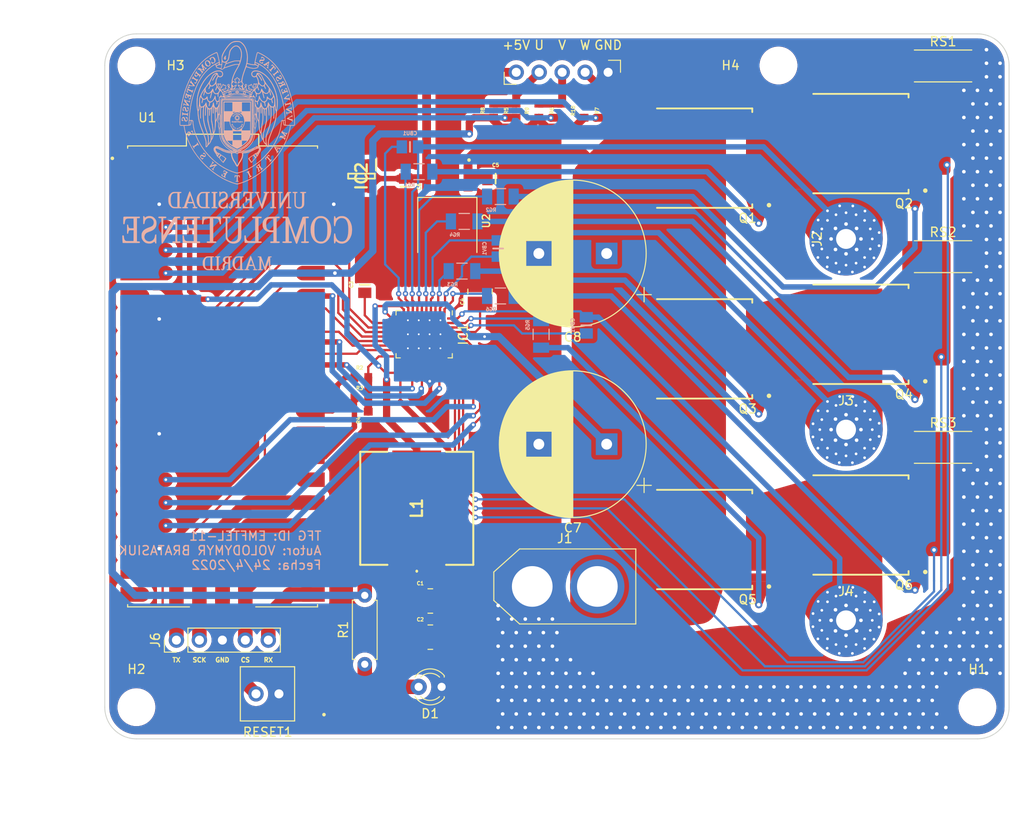
<source format=kicad_pcb>
(kicad_pcb (version 20211014) (generator pcbnew)
  (layers (0 "F.Cu" signal) (31 "B.Cu" signal) (34 "B.Paste" user) (35 "F.Paste" user) (36 "B.SilkS" user "B.Silkscreen") (37 "F.SilkS" user "F.Silkscreen") (38 "B.Mask" user) (39 "F.Mask" user) (44 "Edge.Cuts" user))
  (net 0 "")
  (net 1 "GND")
  (net 2 "Net-(C3-Pad1)")
  (net 3 "Net-(C4-Pad1)")
  (net 4 "Net-(CBU1-Pad2)")
  (net 5 "U")
  (net 6 "Net-(CBV1-Pad2)")
  (net 7 "V")
  (net 8 "Net-(CBW1-Pad2)")
  (net 9 "W")
  (net 10 "Net-(D1-Pad2)")
  (net 11 "HSW")
  (net 12 "VDC")
  (net 13 "SI3")
  (net 14 "SI2")
  (net 15 "SI1")
  (net 16 "SH_SET")
  (net 17 "Net-(IC1-Pad10)")
  (net 18 "HSU")
  (net 19 "LSU")
  (net 20 "LSV")
  (net 21 "HSV")
  (net 22 "LSW")
  (net 23 "Net-(Q1-Pad1)")
  (net 24 "Net-(Q2-Pad1)")
  (net 25 "Net-(Q3-Pad1)")
  (net 26 "Net-(Q4-Pad1)")
  (net 27 "Net-(Q5-Pad1)")
  (net 28 "Net-(Q6-Pad1)")
  (net 29 "Net-(U1-Pad26)")
  (net 30 "Net-(U1-Pad36)")
  (net 31 "Net-(U1-Pad37)")
  (net 32 "Net-(U1-Pad20)")
  (net 33 "Net-(U1-Pad19)")
  (net 34 "Net-(U1-Pad1)")
  (net 35 "5V")
  (net 36 "SO3")
  (net 37 "SO2")
  (net 38 "SO1")
  (net 39 "Net-(IC2-Pad4)")
  (net 40 "Net-(IC2-Pad3)")
  (net 41 "3.3V")
  (net 42 "Net-(J5-Pad4)")
  (net 43 "Net-(J5-Pad3)")
  (net 44 "Net-(J5-Pad2)")
  (net 45 "HALL_U")
  (net 46 "HALL_V")
  (net 47 "HALL_W")
  (net 48 "ENABLE")
  (net 49 "GAIN")
  (net 50 "DRV_STR")
  (net 51 "UART")
  (net 52 "WL")
  (net 53 "WH")
  (net 54 "VL")
  (net 55 "VH")
  (net 56 "UL")
  (net 57 "UH")
  (net 58 "SH_SET0")
  (net 59 "SH_SET1")
  (net 60 "Net-(RESET1-Pad3)")
  (net 61 "SPI0_RX")
  (net 62 "SPI0_CS")
  (net 63 "SPI0_SCK")
  (net 64 "SPI0_TX")
  (footprint "GRM32EC81C476KE15L:CAPC3225X270N" (layer "F.Cu") (at 207.5 139)
    (fp_text reference "C1")
    (fp_text value "47u")
  )
  (footprint "GRM32EC81C476KE15L:CAPC3225X270N" (layer "F.Cu") (at 207.5 143)
    (fp_text reference "C2")
    (fp_text value "47u")
  )
  (footprint "CL21B105KBFNNNF:CAPC2012X140N" (layer "F.Cu") (at 200.253 104 90)
    (fp_text reference "C3")
    (fp_text value "1u")
  )
  (footprint "GRM32EC81C476KE15L:CAPC3225X270N" (layer "F.Cu") (at 213 104.75 90)
    (fp_text reference "C4")
    (fp_text value "47u")
  )
  (footprint "LED_THT:LED_D3.0mm" (layer "F.Cu") (at 208.75 148.5 180)
    (fp_text reference "D1")
    (fp_text value "LED")
  )
  (footprint "Package_DFN_QFN:QFN-36-1EP_5x6mm_P0.5mm_EP3.6x4.1mm_ThermalVias" (layer "F.Cu") (at 206.82 109.49 -90)
    (fp_text reference "IC1")
    (fp_text value "TMC6140-Trinamic")
  )
  (footprint "Connector_AMASS:AMASS_XT60-F_1x02_P7.20mm_Vertical" (layer "F.Cu") (at 218.77 137.39)
    (fp_text reference "J1")
    (fp_text value "XT-60 F")
  )
  (footprint "MountingHole:MountingHole_2.2mm_M2_Pad_Via" (layer "F.Cu") (at 253.47 98.94 90)
    (fp_text reference "J2")
    (fp_text value "U")
  )
  (footprint "SamacSys_Parts:NPIS27H680MTRF" (layer "F.Cu") (at 206 128.75 90)
    (fp_text reference "L1")
    (fp_text value "68u" hide)
  )
  (footprint "IAUS300N08S5N012ATMA1:IFX-PG-HSOG-8-1-V" (layer "F.Cu") (at 240 90 180)
    (fp_text reference "Q1")
    (fp_text value "IAUS300N08S5N012ATMA1")
  )
  (footprint "IAUS300N08S5N012ATMA1:IFX-PG-HSOG-8-1-V" (layer "F.Cu") (at 257.2825 88.39 180)
    (fp_text reference "Q2")
    (fp_text value "IAUS300N08S5N012ATMA1")
  )
  (footprint "IAUS300N08S5N012ATMA1:IFX-PG-HSOG-8-1-V" (layer "F.Cu") (at 240 111.1 180)
    (fp_text reference "Q3")
    (fp_text value "IAUS300N08S5N012ATMA1")
  )
  (footprint "IAUS300N08S5N012ATMA1:IFX-PG-HSOG-8-1-V" (layer "F.Cu") (at 257.2825 109.49 180)
    (fp_text reference "Q4")
    (fp_text value "IAUS300N08S5N012ATMA1")
  )
  (footprint "IAUS300N08S5N012ATMA1:IFX-PG-HSOG-8-1-V" (layer "F.Cu") (at 240 132.2 180)
    (fp_text reference "Q5")
    (fp_text value "IAUS300N08S5N012ATMA1")
  )
  (footprint "IAUS300N08S5N012ATMA1:IFX-PG-HSOG-8-1-V" (layer "F.Cu") (at 257.2825 130.59 180)
    (fp_text reference "Q6")
    (fp_text value "IAUS300N08S5N012ATMA1")
  )
  (footprint "Resistor_THT:R_Axial_DIN0207_L6.3mm_D2.5mm_P7.62mm_Horizontal" (layer "F.Cu") (at 200.25 146 90)
    (fp_text reference "R1")
    (fp_text value "220")
  )
  (footprint "CRCW060327K0FKEA:RESC1508X50N" (layer "F.Cu") (at 199.873 114.27)
    (fp_text reference "R2")
    (fp_text value "27k")
  )
  (footprint "CRCW060327K0FKEA:RESC1508X50N" (layer "F.Cu") (at 199.873 116.52)
    (fp_text reference "R3")
    (fp_text value "27k")
  )
  (footprint "CRCW060327K0FKEA:RESC1508X50N" (layer "F.Cu") (at 200.634 118.817 90)
    (fp_text reference "R4")
    (fp_text value "27k")
  )
  (footprint "BVT-M-R001-1:RESC6331X70N" (layer "F.Cu") (at 264.2 79.8)
    (fp_text reference "RS1")
    (fp_text value "1m")
  )
  (footprint "BVT-M-R001-1:RESC6331X70N" (layer "F.Cu") (at 264.2 100.9)
    (fp_text reference "RS2")
    (fp_text value "1m")
  )
  (footprint "BVT-M-R001-1:RESC6331X70N" (layer "F.Cu") (at 264.2 122)
    (fp_text reference "RS3")
    (fp_text value "1m")
  )
  (footprint "RP_PICO:MODULE_SC0915" (layer "F.Cu") (at 184.53 114.15)
    (fp_text reference "U1")
    (fp_text value "SC0915")
  )
  (footprint "CL21B105KBFNNNF:CAPC2012X140N" (layer "F.Cu") (at 214.72 92.27)
    (fp_text reference "C5")
    (fp_text value "1u")
  )
  (footprint "CL21B105KBFNNNF:CAPC2012X140N" (layer "F.Cu") (at 204.77 93.16 -90)
    (fp_text reference "C6")
    (fp_text value "1u")
  )
  (footprint "MountingHole:MountingHole_2.2mm_M2_Pad_Via" (layer "F.Cu") (at 253.47 120.04)
    (fp_text reference "J3")
    (fp_text value "V")
  )
  (footprint "MountingHole:MountingHole_2.2mm_M2_Pad_Via" (layer "F.Cu") (at 253.47 141.14)
    (fp_text reference "J4")
    (fp_text value "W")
  )
  (footprint "MC7805CDTRKG:TO229P990X238-4N" (layer "F.Cu") (at 209.38 96.41 -90)
    (fp_text reference "U2")
    (fp_text value "MC7805")
  )
  (footprint "Capacitor_THT:CP_Radial_D16.0mm_P7.50mm" (layer "F.Cu") (at 227 121.65 180)
    (fp_text reference "C7")
    (fp_text value "1000U")
  )
  (footprint "Capacitor_THT:CP_Radial_D16.0mm_P7.50mm" (layer "F.Cu") (at 227 100.55 180)
    (fp_text reference "C8")
    (fp_text value "1000U")
  )
  (footprint "FDC608PZ:SOT95P275X110-6N" (layer "F.Cu") (at 199.89 91.99 -90)
    (fp_text reference "IC2")
    (fp_text value "FDC608PZ" hide)
  )
  (footprint "button:SW_1571563-1" (layer "F.Cu") (at 189.492 149.274 180)
    (fp_text reference "RESET1")
    (fp_text value "Reset")
  )
  (footprint "Connector_PinHeader_2.54mm:PinHeader_1x05_P2.54mm_Vertical" (layer "F.Cu") (at 217 80.5 90)
    (fp_text reference "J5" hide)
    (fp_text value "Hall")
  )
  (footprint "MountingHole:MountingHole_3.2mm_M3" (layer "F.Cu") (at 268 150.75)
    (fp_text reference "H1")
    (fp_text value "MountingHole")
  )
  (footprint "MountingHole:MountingHole_3.2mm_M3" (layer "F.Cu") (at 175 150.75)
    (fp_text reference "H2")
    (fp_text value "MountingHole")
  )
  (footprint "MountingHole:MountingHole_3.2mm_M3" (layer "F.Cu") (at 175 79.75)
    (fp_text reference "H3")
    (fp_text value "MountingHole")
  )
  (footprint "MountingHole:MountingHole_3.2mm_M3" (layer "F.Cu") (at 246 79.75)
    (fp_text reference "H4")
    (fp_text value "MountingHole")
  )
  (footprint "CR0603-FX-3301ELF:RESC1608X55N" (layer "F.Cu") (at 217 84.75 90)
    (fp_text reference "R5")
    (fp_text value "3.3K")
  )
  (footprint "CR0603-FX-3301ELF:RESC1608X55N" (layer "F.Cu") (at 222 84.75 90)
    (fp_text reference "R6")
    (fp_text value "3.3K")
  )
  (footprint "CR0603-FX-3301ELF:RESC1608X55N" (layer "F.Cu") (at 227 84.75 90)
    (fp_text reference "R7")
    (fp_text value "3.3K")
  )
  (footprint "CRG0603F2K2:RESC1608X55N" (layer "F.Cu") (at 214.5 84.75 -90)
    (fp_text reference "R8")
    (fp_text value "2.2K")
  )
  (footprint "CRG0603F2K2:RESC1608X55N" (layer "F.Cu") (at 219.5 84.75 -90)
    (fp_text reference "R9")
    (fp_text value "2.2K")
  )
  (footprint "CRG0603F2K2:RESC1608X55N" (layer "F.Cu") (at 224.5 84.75 -90)
    (fp_text reference "R10")
    (fp_text value "2.2K")
  )
  (footprint "Connector_PinHeader_2.54mm:PinHeader_1x05_P2.54mm_Vertical" (layer "F.Cu") (at 179.425 143.328 90)
    (fp_text reference "J6")
    (fp_text value "SPI")
  )
  (footprint "CL21B105KBFNNNF:CAPC2012X140N" (layer "B.Cu") (at 205.25 88.75 180)
    (fp_text reference "CBU1")
    (fp_text value "1u")
  )
  (footprint "CL21B105KBFNNNF:CAPC2012X140N" (layer "B.Cu") (at 215 100 -90)
    (fp_text reference "CBV1")
    (fp_text value "1u")
  )
  (footprint "CL21B105KBFNNNF:CAPC2012X140N" (layer "B.Cu") (at 224.75 108.5 -90)
    (fp_text reference "CBW1")
    (fp_text value "1u")
  )
  (footprint "CRL1206-FW-1R00ELF:RESC3216X70N" (layer "B.Cu") (at 206.25 91.5)
    (fp_text reference "RG1")
    (fp_text value "CRL1206-FW-1R00ELF")
  )
  (footprint "CRL1206-FW-1R00ELF:RESC3216X70N" (layer "B.Cu") (at 215.25 94.25)
    (fp_text reference "RG2")
    (fp_text value "CRL1206-FW-1R00ELF")
  )
  (footprint "CRL1206-FW-1R00ELF:RESC3216X70N" (layer "B.Cu") (at 211 102.5)
    (fp_text reference "RG3")
    (fp_text value "CRL1206-FW-1R00ELF")
  )
  (footprint "CRL1206-FW-1R00ELF:RESC3216X70N" (layer "B.Cu") (at 211.25 97)
    (fp_text reference "RG4")
    (fp_text value "CRL1206-FW-1R00ELF")
  )
  (footprint "CRL1206-FW-1R00ELF:RESC3216X70N" (layer "B.Cu") (at 219.75 109.5 -90)
    (fp_text reference "RG5")
    (fp_text value "CRL1206-FW-1R00ELF")
  )
  (footprint "CRL1206-FW-1R00ELF:RESC3216X70N" (layer "B.Cu") (at 215.25 105.25)
    (fp_text reference "RG6")
    (fp_text value "CRL1206-FW-1R00ELF")
  )
  (footprint "logo_ucm:logo_ucm" (layer "B.Cu") (at 186.156 89.734 180)
    (fp_text reference "G***" hide)
    (fp_text value "LOGO" hide)
  )
  (gr_poly (pts (xy 257.52 120.03) (xy 257.47 120.54) (xy 257.19 121.5) (xy 256.88 122.1) (xy 256.38 122.79) (xy 255.86 123.25) (xy 255.09 123.71) (xy 254.41 123.94) (xy 253.49 124.05) (xy 252.65 123.96) (xy 251.92 123.74) (xy 251.5 123.53) (xy 250.71 122.96) (xy 250.07 122.18) (xy 249.79 121.56) (xy 249.59 121.07) (xy 249.5 120.68) (xy 249.42 120.04) (xy 245.76 114.54) (xy 257.47 114.54)) (layer "F.Cu") (width 0) (fill solid))
  (gr_poly (pts (xy 257.52 98.93) (xy 257.47 99.44) (xy 257.19 100.4) (xy 256.88 101) (xy 256.38 101.69) (xy 255.86 102.15) (xy 255.09 102.61) (xy 254.41 102.84) (xy 253.49 102.95) (xy 252.65 102.86) (xy 251.92 102.64) (xy 251.5 102.43) (xy 250.71 101.86) (xy 250.07 101.08) (xy 249.79 100.46) (xy 249.59 99.97) (xy 249.5 99.58) (xy 249.42 98.94) (xy 245.76 93.44) (xy 257.47 93.44)) (layer "F.Cu") (width 0) (fill solid))
  (gr_circle (center 253.47 98.94) (end 257.47 98.94) (layer "F.Cu") (width 0.1) (fill none))
  (gr_poly (pts (xy 262.49 93.04) (xy 261.49 95.6) (xy 260.7 95.61) (xy 259.69 93.04)) (layer "F.Cu") (width 0) (fill solid))
  (gr_poly (pts (xy 262.49 114.14) (xy 261.49 116.7) (xy 260.7 116.71) (xy 259.69 114.14)) (layer "F.Cu") (width 0) (fill solid))
  (gr_poly (pts (xy 257.47 114.54) (xy 242.41 114.55) (xy 242.41 106.45) (xy 249.47 104.44) (xy 257.47 104.44)) (layer "F.Cu") (width 0) (fill solid))
  (gr_poly (pts (xy 262.49 135.24) (xy 261.49 137.8) (xy 260.7 137.81) (xy 259.69 135.24)) (layer "F.Cu") (width 0) (fill solid))
  (gr_poly (pts (xy 245.21 136.85) (xy 244.21 139.41) (xy 243.42 139.42) (xy 242.41 136.85)) (layer "F.Cu") (width 0) (fill solid))
  (gr_poly (pts (xy 257.47 93.44) (xy 242.41 93.45) (xy 242.41 85.35) (xy 249.47 83.34) (xy 257.47 83.34)) (layer "F.Cu") (width 0) (fill solid))
  (gr_circle (center 253.47 141.14) (end 257.47 141.14) (layer "F.Cu") (width 0.1) (fill none))
  (gr_poly (pts (xy 245.21 115.74) (xy 244.21 118.3) (xy 243.42 118.31) (xy 242.41 115.74)) (layer "F.Cu") (width 0) (fill solid))
  (gr_poly (pts (xy 257.52 141.13) (xy 257.47 141.64) (xy 257.19 142.6) (xy 256.88 143.2) (xy 256.38 143.89) (xy 255.86 144.35) (xy 255.09 144.81) (xy 254.41 145.04) (xy 253.49 145.15) (xy 252.65 145.06) (xy 251.92 144.84) (xy 251.5 144.63) (xy 250.71 144.06) (xy 250.07 143.28) (xy 249.79 142.66) (xy 249.59 142.17) (xy 249.5 141.78) (xy 249.42 141.14) (xy 245.76 135.64) (xy 257.47 135.64)) (layer "F.Cu") (width 0) (fill solid))
  (gr_circle (center 253.47 120.04) (end 257.47 120.04) (layer "F.Cu") (width 0.1) (fill none))
  (gr_poly (pts (xy 245.21 94.65) (xy 244.21 97.21) (xy 243.42 97.22) (xy 242.41 94.65)) (layer "F.Cu") (width 0) (fill solid))
  (gr_poly (pts (xy 257.47 135.64) (xy 242.41 135.65) (xy 242.41 127.55) (xy 249.47 125.54) (xy 257.47 125.54)) (layer "F.Cu") (width 0) (fill solid))
  (gr_circle (center 253.47 120.04) (end 257.47 120.04) (layer "B.Cu") (width 0.1) (fill none))
  (gr_circle (center 253.47 98.94) (end 257.47 98.94) (layer "B.Cu") (width 0.1) (fill none))
  (gr_poly (pts (xy 254.4 95.05) (xy 255.2 95.35) (xy 256 95.85) (xy 256.6 96.45) (xy 256.9 96.85) (xy 257.3 97.65) (xy 257.5 98.65) (xy 257.4 99.55) (xy 257.2 100.45) (xy 256.9 101.05) (xy 256.2 101.85) (xy 255.6 102.35) (xy 254.8 102.75) (xy 254 102.95) (xy 253 102.95) (xy 252.3 102.75) (xy 251.7 102.55) (xy 251.2 102.25) (xy 250.8 101.95) (xy 250.3 101.35) (xy 249.9 100.85) (xy 249.6 100.05) (xy 249.5 99.65) (xy 249.5 98.35) (xy 249.6 97.85) (xy 249.9 97.05) (xy 250.3 96.45) (xy 251.3 95.55) (xy 251.8 95.35) (xy 252.2 95.15) (xy 252.6 95.05) (xy 253.4 94.95) (xy 253.9 94.95)) (layer "B.Cu") (width 0) (fill solid))
  (gr_circle (center 253.47 141.14) (end 257.47 141.14) (layer "B.Cu") (width 0.1) (fill none))
  (gr_poly (pts (xy 254.4 137.25) (xy 255.2 137.55) (xy 256 138.05) (xy 256.6 138.65) (xy 256.9 139.05) (xy 257.3 139.85) (xy 257.5 140.85) (xy 257.4 141.75) (xy 257.2 142.65) (xy 256.9 143.25) (xy 256.2 144.05) (xy 255.6 144.55) (xy 254.8 144.95) (xy 254 145.15) (xy 253 145.15) (xy 252.3 144.95) (xy 251.7 144.75) (xy 251.2 144.45) (xy 250.8 144.15) (xy 250.3 143.55) (xy 249.9 143.05) (xy 249.6 142.25) (xy 249.5 141.85) (xy 249.5 140.55) (xy 249.6 140.05) (xy 249.9 139.25) (xy 250.3 138.65) (xy 251.3 137.75) (xy 251.8 137.55) (xy 252.2 137.35) (xy 252.6 137.25) (xy 253.4 137.15) (xy 253.9 137.15)) (layer "B.Cu") (width 0) (fill solid))
  (gr_poly (pts (xy 254.4 116.15) (xy 255.2 116.45) (xy 256 116.95) (xy 256.6 117.55) (xy 256.9 117.95) (xy 257.3 118.75) (xy 257.5 119.75) (xy 257.4 120.65) (xy 257.2 121.55) (xy 256.9 122.15) (xy 256.2 122.95) (xy 255.6 123.45) (xy 254.8 123.85) (xy 254 124.05) (xy 253 124.05) (xy 252.3 123.85) (xy 251.7 123.65) (xy 251.2 123.35) (xy 250.8 123.05) (xy 250.3 122.45) (xy 249.9 121.95) (xy 249.6 121.15) (xy 249.5 120.75) (xy 249.5 119.45) (xy 249.6 118.95) (xy 249.9 118.15) (xy 250.3 117.55) (xy 251.3 116.65) (xy 251.8 116.45) (xy 252.2 116.25) (xy 252.6 116.15) (xy 253.4 116.05) (xy 253.9 116.05)) (layer "B.Cu") (width 0) (fill solid))
  (gr_arc (start 175 154.25) (mid 172.525126 153.224874) (end 171.5 150.75) (layer "Edge.Cuts") (width 0.1))
  (gr_arc (start 268.000001 76.25) (mid 270.474874 77.275127) (end 271.5 79.750001) (layer "Edge.Cuts") (width 0.1))
  (gr_arc (start 171.499999 79.749999) (mid 172.525126 77.275126) (end 175 76.25) (layer "Edge.Cuts") (width 0.1))
  (gr_line (start 175 154.25) (end 268 154.25) (layer "Edge.Cuts") (width 0.1))
  (gr_line (start 171.5 150.75) (end 171.499999 79.749999) (layer "Edge.Cuts") (width 0.1))
  (gr_line (start 271.5 79.750001) (end 271.5 150.75) (layer "Edge.Cuts") (width 0.1))
  (gr_line (start 175 76.25) (end 268.000001 76.25) (layer "Edge.Cuts") (width 0.1))
  (gr_arc (start 271.5 150.75) (mid 270.474873 153.224873) (end 267.999999 154.249999) (layer "Edge.Cuts") (width 0.1))
  (gr_text "TFG ID: EMFTEL-11 \nAutor: VOLODYMYR BRATASIUK\nFecha: 24/4/2022" (at 195.554 133.422) (layer "B.SilkS") (effects (font (size 1 1)) (justify left mirror)))
  (segment (start 207.434 114.684) (end 207.5 114.75) (width 0.25) (layer "F.Cu") (net 1))
  (segment (start 198.475 121.741) (end 198.475 147.091) (width 0.6) (layer "F.Cu") (net 1))
  (segment (start 207.07 114.07) (end 207.07 114.32) (width 0.25) (layer "F.Cu") (net 1))
  (segment (start 194.042 151.524) (end 215.476 151.524) (width 1.4) (layer "F.Cu") (net 1))
  (segment (start 198.475 147.091) (end 194.042 151.524) (width 0.6) (layer "F.Cu") (net 1))
  (segment (start 208.841 139) (end 208.841 143) (width 1.53) (layer "F.Cu") (net 1))
  (segment (start 215.476 151.524) (end 215.5 151.5) (width 1.4) (layer "F.Cu") (net 1))
  (segment (start 209.635 98.665) (end 209.38 98.92) (width 0.25) (layer "F.Cu") (net 1))
  (segment (start 204.77 96.12) (end 207.57 98.92) (width 1.15) (layer "F.Cu") (net 1))
  (segment (start 213 103.409) (end 213 102.54) (width 1.53) (layer "F.Cu") (net 1))
  (segment (start 209.38 98.92) (end 217.87 98.92) (width 1.53) (layer "F.Cu") (net 1))
  (segment (start 266.3 100.9) (end 266.5 101.1) (width 0.25) (layer "F.Cu") (net 1))
  (segment (start 204.77 94.06) (end 204.77 96.12) (width 1.15) (layer "F.Cu") (net 1))
  (segment (start 194.22 95.1) (end 203.73 95.1) (width 1.61) (layer "F.Cu") (net 1))
  (segment (start 184.53 138.85) (end 184.53 136.064) (width 1.6) (layer "F.Cu") (net 1))
  (segment (start 214.97 146.97) (end 215 147) (width 0.25) (layer "F.Cu") (net 1))
  (segment (start 194.042 151.524) (end 193.012 151.524) (width 0.25) (layer "F.Cu") (net 1))
  (segment (start 207.57 98.92) (end 209.38 98.92) (width 1.7) (layer "F.Cu") (net 1))
  (segment (start 207.07 111.94) (end 207.07 114.07) (width 0.25) (layer "F.Cu") (net 1))
  (segment (start 187.394 133.2) (end 194.22 133.2) (width 1.6) (layer "F.Cu") (net 1))
  (segment (start 217 143) (end 218 144) (width 1.6) (layer "F.Cu") (net 1))
  (segment (start 205.2 103.1) (end 209.38 98.92) (width 0.25) (layer "F.Cu") (net 1))
  (segment (start 174.84 120.5) (end 177.52 120.5) (width 1.6) (layer "F.Cu") (net 1))
  (segment (start 208.75 148.5) (end 215.5 148.5) (width 1.6) (layer "F.Cu") (net 1))
  (segment (start 200.634 119.582) (end 198.475 121.741) (width 0.6) (layer "F.Cu") (net 1))
  (segment (start 200.634 119.582) (end 200.574 119.582) (width 0.6) (layer "F.Cu") (net 1))
  (segment (start 266.5 121.9) (end 266.3 122.1) (width 0.25) (layer "F.Cu") (net 1))
  (segment (start 184.942 151.524) (end 194.042 151.524) (width 1.4) (layer "F.Cu") (net 1))
  (segment (start 174.84 107.8) (end 177.52 107.8) (width 1.6) (layer "F.Cu") (net 1))
  (segment (start 193.012 151.524) (end 190.762 149.274) (width 1.4) (layer "F.Cu") (net 1))
  (segment (start 184.505 143.328) (end 184.505 138.875) (width 1.6) (layer "F.Cu") (net 1))
  (segment (start 203.73 95.1) (end 204.77 94.06) (width 1.15) (layer "F.Cu") (net 1))
  (segment (start 184.505 138.875) (end 184.53 138.85) (width 1.6) (layer "F.Cu") (net 1))
  (segment (start 174.84 95.1) (end 177.52 95.1) (width 1.6) (layer "F.Cu") (net 1))
  (segment (start 207.07 114.32) (end 207.434 114.684) (width 0.25) (layer "F.Cu") (net 1))
  (segment (start 217.16 139) (end 218.77 137.39) (width 1.6) (layer "F.Cu") (net 1))
  (segment (start 208.841 139) (end 217.16 139) (width 1.6) (layer "F.Cu") (net 1))
  (segment (start 217.87 98.92) (end 219.5 100.55) (width 1.53) (layer "F.Cu") (net 1))
  (segment (start 184.53 136.064) (end 187.394 133.2) (width 1.6) (layer "F.Cu") (net 1))
  (segment (start 213 102.54) (end 209.38 98.92) (width 1.53) (layer "F.Cu") (net 1))
  (segment (start 208.841 143) (end 217 143) (width 1.6) (layer "F.Cu") (net 1))
  (segment (start 174.84 133.2) (end 177.52 133.2) (width 1.6) (layer "F.Cu") (net 1))
  (via (at 267.5 90) (size 0.8) (drill 0.4) (layers "F.Cu" "B.Cu") (net 1))
  (via (at 270.5 90) (size 0.8) (drill 0.4) (layers "F.Cu" "B.Cu") (net 1))
  (via (at 269 90) (size 0.8) (drill 0.4) (layers "F.Cu" "B.Cu") (net 1))
  (via (at 266.5 91.5) (size 0.8) (drill 0.4) (layers "F.Cu" "B.Cu") (net 1))
  (via (at 269.5 91.5) (size 0.8) (drill 0.4) (layers "F.Cu" "B.Cu") (net 1))
  (via (at 268 91.5) (size 0.8) (drill 0.4) (layers "F.Cu" "B.Cu") (net 1))
  (via (at 267.5 93) (size 0.8) (drill 0.4) (layers "F.Cu" "B.Cu") (net 1))
  (via (at 270.5 93) (size 0.8) (drill 0.4) (layers "F.Cu" "B.Cu") (net 1))
  (via (at 269 93) (size 0.8) (drill 0.4) (layers "F.Cu" "B.Cu") (net 1))
  (via (at 268 94.5) (size 0.8) (drill 0.4) (layers "F.Cu" "B.Cu") (net 1))
  (via (at 269.5 94.5) (size 0.8) (drill 0.4) (layers "F.Cu" "B.Cu") (net 1))
  (via (at 266.5 94.5) (size 0.8) (drill 0.4) (layers "F.Cu" "B.Cu") (net 1))
  (via (at 270.5 96) (size 0.8) (drill 0.4) (layers "F.Cu" "B.Cu") (net 1))
  (via (at 267.5 96) (size 0.8) (drill 0.4) (layers "F.Cu" "B.Cu") (net 1))
  (via (at 269 96) (size 0.8) (drill 0.4) (layers "F.Cu" "B.Cu") (net 1))
  (via (at 268 97.5) (size 0.8) (drill 0.4) (layers "F.Cu" "B.Cu") (net 1))
  (via (at 269.5 97.5) (size 0.8) (drill 0.4) (layers "F.Cu" "B.Cu") (net 1))
  (via (at 266.5 97.5) (size 0.8) (drill 0.4) (layers "F.Cu" "B.Cu") (net 1))
  (via (at 268 118.5) (size 0.8) (drill 0.4) (layers "F.Cu" "B.Cu") (net 1))
  (via (at 269.5 106.5) (size 0.8) (drill 0.4) (layers "F.Cu" "B.Cu") (net 1))
  (via (at 266.5 109.5) (size 0.8) (drill 0.4) (layers "F.Cu" "B.Cu") (net 1))
  (via (at 270.5 111) (size 0.8) (drill 0.4) (layers "F.Cu" "B.Cu") (net 1))
  (via (at 269.5 109.5) (size 0.8) (drill 0.4) (layers "F.Cu" "B.Cu") (net 1))
  (via (at 269 108) (size 0.8) (drill 0.4) (layers "F.Cu" "B.Cu") (net 1))
  (via (at 269 117) (size 0.8) (drill 0.4) (layers "F.Cu" "B.Cu") (net 1))
  (via (at 269 111) (size 0.8) (drill 0.4) (layers "F.Cu" "B.Cu") (net 1))
  (via (at 268 109.5) (size 0.8) (drill 0.4) (layers "F.Cu" "B.Cu") (net 1))
  (via (at 267.5 111) (size 0.8) (drill 0.4) (layers "F.Cu" "B.Cu") (net 1))
  (via (at 267.5 105) (size 0.8) (drill 0.4) (layers "F.Cu" "B.Cu") (net 1))
  (via (at 268 106.5) (size 0.8) (drill 0.4) (layers "F.Cu" "B.Cu") (net 1))
  (via (at 266.5 118.5) (size 0.8) (drill 0.4) (layers "F.Cu" "B.Cu") (net 1))
  (via (at 266.5 103.5) (size 0.8) (drill 0.4) (layers "F.Cu" "B.Cu") (net 1))
  (via (at 266.5 112.5) (size 0.8) (drill 0.4) (layers "F.Cu" "B.Cu") (net 1))
  (via (at 270.5 117) (size 0.8) (drill 0.4) (layers "F.Cu" "B.Cu") (net 1))
  (via (at 269.5 118.5) (size 0.8) (drill 0.4) (layers "F.Cu" "B.Cu") (net 1))
  (via (at 267.5 108) (size 0.8) (drill 0.4) (layers "F.Cu" "B.Cu") (net 1))
  (via (at 269.5 103.5) (size 0.8) (drill 0.4) (layers "F.Cu" "B.Cu") (net 1))
  (via (at 266.5 106.5) (size 0.8) (drill 0.4) (layers "F.Cu" "B.Cu") (net 1))
  (via (at 269.5 112.5) (size 0.8) (drill 0.4) (layers "F.Cu" "B.Cu") (net 1))
  (via (at 270.5 105) (size 0.8) (drill 0.4) (layers "F.Cu" "B.Cu") (net 1))
  (via (at 269 105) (size 0.8) (drill 0.4) (layers "F.Cu" "B.Cu") (net 1))
  (via (at 270.5 108) (size 0.8) (drill 0.4) (layers "F.Cu" "B.Cu") (net 1))
  (via (at 268 112.5) (size 0.8) (drill 0.4) (layers "F.Cu" "B.Cu") (net 1))
  (via (at 267.5 117) (size 0.8) (drill 0.4) (layers "F.Cu" "B.Cu") (net 1))
  (via (at 269 114) (size 0.8) (drill 0.4) (layers "F.Cu" "B.Cu") (net 1))
  (via (at 270.5 114) (size 0.8) (drill 0.4) (layers "F.Cu" "B.Cu") (net 1))
  (via (at 267.5 114) (size 0.8) (drill 0.4) (layers "F.Cu" "B.Cu") (net 1))
  (via (at 269.5 115.5) (size 0.8) (drill 0.4) (layers "F.Cu" "B.Cu") (net 1))
  (via (at 266.5 115.5) (size 0.8) (drill 0.4) (layers "F.Cu" "B.Cu") (net 1))
  (via (at 268 115.5) (size 0.8) (drill 0.4) (layers "F.Cu" "B.Cu") (net 1))
  (via (at 268 103.5) (size 0.8) (drill 0.4) (layers "F.Cu" "B.Cu") (net 1))
  (via (at 269.5 136.5) (size 0.8) (drill 0.4) (layers "F.Cu" "B.Cu") (net 1))
  (via (at 270.5 132) (size 0.8) (drill 0.4) (layers "F.Cu" "B.Cu") (net 1))
  (via (at 269 132) (size 0.8) (drill 0.4) (layers "F.Cu" "B.Cu") (net 1))
  (via (at 268 130.5) (size 0.8) (drill 0.4) (layers "F.Cu" "B.Cu") (net 1))
  (via (at 266.5 127.5) (size 0.8) (drill 0.4) (layers "F.Cu" "B.Cu") (net 1))
  (via (at 269 129) (size 0.8) (drill 0.4) (layers "F.Cu" "B.Cu") (net 1))
  (via (at 270.5 129) (size 0.8) (drill 0.4) (layers "F.Cu" "B.Cu") (net 1))
  (via (at 267.5 129) (size 0.8) (drill 0.4) (layers "F.Cu" "B.Cu") (net 1))
  (via (at 269.5 127.5) (size 0.8) (drill 0.4) (layers "F.Cu" "B.Cu") (net 1))
  (via (at 266.5 133.5) (size 0.8) (drill 0.4) (layers "F.Cu" "B.Cu") (net 1))
  (via (at 270.5 138) (size 0.8) (drill 0.4) (layers "F.Cu" "B.Cu") (net 1))
  (via (at 269.5 139.5) (size 0.8) (drill 0.4) (layers "F.Cu" "B.Cu") (net 1))
  (via (at 268 133.5) (size 0.8) (drill 0.4) (layers "F.Cu" "B.Cu") (net 1))
  (via (at 268 127.5) (size 0.8) (drill 0.4) (layers "F.Cu" "B.Cu") (net 1))
  (via (at 267.5 138) (size 0.8) (drill 0.4) (layers "F.Cu" "B.Cu") (net 1))
  (via (at 270.5 135) (size 0.8) (drill 0.4) (layers "F.Cu" "B.Cu") (net 1))
  (via (at 269 135) (size 0.8) (drill 0.4) (layers "F.Cu" "B.Cu") (net 1))
  (via (at 267.5 132) (size 0.8) (drill 0.4) (layers "F.Cu" "B.Cu") (net 1))
  (via (at 270.5 126) (size 0.8) (drill 0.4) (layers "F.Cu" "B.Cu") (net 1))
  (via (at 268 124.5) (size 0.8) (drill 0.4) (layers "F.Cu" "B.Cu") (net 1))
  (via (at 268 136.5) (size 0.8) (drill 0.4) (layers "F.Cu" "B.Cu") (net 1))
  (via (at 266.5 139.5) (size 0.8) (drill 0.4) (layers "F.Cu" "B.Cu") (net 1))
  (via (at 267.5 126) (size 0.8) (drill 0.4) (layers "F.Cu" "B.Cu") (net 1))
  (via (at 267.5 135) (size 0.8) (drill 0.4) (layers "F.Cu" "B.Cu") (net 1))
  (via (at 266.5 136.5) (size 0.8) (drill 0.4) (layers "F.Cu" "B.Cu") (net 1))
  (via (at 269.5 133.5) (size 0.8) (drill 0.4) (layers "F.Cu" "B.Cu") (net 1))
  (via (at 266.5 124.5) (size 0.8) (drill 0.4) (layers "F.Cu" "B.Cu") (net 1))
  (via (at 269 126) (size 0.8) (drill 0.4) (layers "F.Cu" "B.Cu") (net 1))
  (via (at 269.5 124.5) (size 0.8) (drill 0.4) (layers "F.Cu" "B.Cu") (net 1))
  (via (at 268 139.5) (size 0.8) (drill 0.4) (layers "F.Cu" "B.Cu") (net 1))
  (via (at 266.5 130.5) (size 0.8) (drill 0.4) (layers "F.Cu" "B.Cu") (net 1))
  (via (at 269 138) (size 0.8) (drill 0.4) (layers "F.Cu" "B.Cu") (net 1))
  (via (at 269.5 130.5) (size 0.8) (drill 0.4) (layers "F.Cu" "B.Cu") (net 1))
  (via (at 269 120) (size 0.8) (drill 0.4) (layers "F.Cu" "B.Cu") (net 1))
  (via (at 269 123) (size 0.8) (drill 0.4) (layers "F.Cu" "B.Cu") (net 1))
  (via (at 270.5 123) (size 0.8) (drill 0.4) (layers "F.Cu" "B.Cu") (net 1))
  (via (at 269 121.5) (size 0.8) (drill 0.4) (layers "F.Cu" "B.Cu") (net 1))
  (via (at 270.5 120) (size 0.8) (drill 0.4) (layers "F.Cu" "B.Cu") (net 1))
  (via (at 270.5 121.5) (size 0.8) (drill 0.4) (layers "F.Cu" "B.Cu") (net 1))
  (via (at 267.5 141) (size 0.8) (drill 0.4) (layers "F.Cu" "B.Cu") (net 1))
  (via (at 270.5 141) (size 0.8) (drill 0.4) (layers "F.Cu" "B.Cu") (net 1))
  (via (at 269 141) (size 0.8) (drill 0.4) (layers "F.Cu" "B.Cu") (net 1))
  (via (at 268 142.5) (size 0.8) (drill 0.4) (layers "F.Cu" "B.Cu") (net 1))
  (via (at 269.5 142.5) (size 0.8) (drill 0.4) (layers "F.Cu" "B.Cu") (net 1))
  (via (at 266.5 142.5) (size 0.8) (drill 0.4) (layers "F.Cu" "B.Cu") (net 1))
  (via (at 267.5 144) (size 0.8) (drill 0.4) (layers "F.Cu" "B.Cu") (net 1))
  (via (at 270.5 144) (size 0.8) (drill 0.4) (layers "F.Cu" "B.Cu") (net 1))
  (via (at 269 144) (size 0.8) (drill 0.4) (layers "F.Cu" "B.Cu") (net 1))
  (via (at 269.5 145.5) (size 0.8) (drill 0.4) (layers "F.Cu" "B.Cu") (net 1))
  (via (at 268 145.5) (size 0.8) (drill 0.4) (layers "F.Cu" "B.Cu") (net 1))
  (via (at 266.5 145.5) (size 0.8) (drill 0.4) (layers "F.Cu" "B.Cu") (net 1))
  (via (at 269 147) (size 0.8) (drill 0.4) (layers "F.Cu" "B.Cu") (net 1))
  (via (at 267.5 147) (size 0.8) (drill 0.4) (layers "F.Cu" "B.Cu") (net 1))
  (via (at 270.5 147) (size 0.8) (drill 0.4) (layers "F.Cu" "B.Cu") (net 1))
  (via (at 253 148.5) (size 0.8) (drill 0.4) (layers "F.Cu" "B.Cu") (net 1))
  (via (at 254.5 148.5) (size 0.8) (drill 0.4) (layers "F.Cu" "B.Cu") (net 1))
  (via (at 251.5 148.5) (size 0.8) (drill 0.4) (layers "F.Cu" "B.Cu") (net 1))
  (via (at 256 148.5) (size 0.8) (drill 0.4) (layers "F.Cu" "B.Cu") (net 1))
  (via (at 252.5 150) (size 0.8) (drill 0.4) (layers "F.Cu" "B.Cu") (net 1))
  (via (at 257 150) (size 0.8) (drill 0.4) (layers "F.Cu" "B.Cu") (net 1))
  (via (at 254 150) (size 0.8) (drill 0.4) (layers "F.Cu" "B.Cu") (net 1))
  (via (at 258.5 150) (size 0.8) (drill 0.4) (layers "F.Cu" "B.Cu") (net 1))
  (via (at 255.5 150) (size 0.8) (drill 0.4) (layers "F.Cu" "B.Cu") (net 1))
  (via (at 256 151.5) (size 0.8) (drill 0.4) (layers "F.Cu" "B.Cu") (net 1))
  (via (at 259 151.5) (size 0.8) (drill 0.4) (layers "F.Cu" "B.Cu") (net 1))
  (via (at 257.5 151.5) (size 0.8) (drill 0.4) (layers "F.Cu" "B.Cu") (net 1))
  (via (at 254.5 151.5) (size 0.8) (drill 0.4) (layers "F.Cu" "B.Cu") (net 1))
  (via (at 253 151.5) (size 0.8) (drill 0.4) (layers "F.Cu" "B.Cu") (net 1))
  (via (at 254 153) (size 0.8) (drill 0.4) (layers "F.Cu" "B.Cu") (net 1))
  (via (at 252.5 153) (size 0.8) (drill 0.4) (layers "F.Cu" "B.Cu") (net 1))
  (via (at 255.5 153) (size 0.8) (drill 0.4) (layers "F.Cu" "B.Cu") (net 1))
  (via (at 257 153) (size 0.8) (drill 0.4) (layers "F.Cu" "B.Cu") (net 1))
  (via (at 258.5 153) (size 0.8) (drill 0.4) (layers "F.Cu" "B.Cu") (net 1))
  (via (at 242 153) (size 0.8) (drill 0.4) (layers "F.Cu" "B.Cu") (net 1))
  (via (at 240.5 153) (size 0.8) (drill 0.4) (layers "F.Cu" "B.Cu") (net 1))
  (via (at 243.5 153) (size 0.8) (drill 0.4) (layers "F.Cu" "B.Cu") (net 1))
  (via (at 248 153) (size 0.8) (drill 0.4) (layers "F.Cu" "B.Cu") (net 1))
  (via (at 239 153) (size 0.8) (drill 0.4) (layers "F.Cu" "B.Cu") (net 1))
  (via (at 245 153) (size 0.8) (drill 0.4) (layers "F.Cu" "B.Cu") (net 1))
  (via (at 251 153) (size 0.8) (drill 0.4) (layers "F.Cu" "B.Cu") (net 1))
  (via (at 249.5 153) (size 0.8) (drill 0.4) (layers "F.Cu" "B.Cu") (net 1))
  (via (at 246.5 153) (size 0.8) (drill 0.4) (layers "F.Cu" "B.Cu") (net 1))
  (via (at 231.5 153) (size 0.8) (drill 0.4) (layers "F.Cu" "B.Cu") (net 1))
  (via (at 233 153) (size 0.8) (drill 0.4) (layers "F.Cu" "B.Cu") (net 1))
  (via (at 237.5 153) (size 0.8) (drill 0.4) (layers "F.Cu" "B.Cu") (net 1))
  (via (at 228.5 153) (size 0.8) (drill 0.4) (layers "F.Cu" "B.Cu") (net 1))
  (via (at 225.5 153) (size 0.8) (drill 0.4) (layers "F.Cu" "B.Cu") (net 1))
  (via (at 234.5 153) (size 0.8) (drill 0.4) (layers "F.Cu" "B.Cu") (net 1))
  (via (at 230 153) (size 0.8) (drill 0.4) (layers "F.Cu" "B.Cu") (net 1))
  (via (at 227 153) (size 0.8) (drill 0.4) (layers "F.Cu" "B.Cu") (net 1))
  (via (at 236 153) (size 0.8) (drill 0.4) (layers "F.Cu" "B.Cu") (net 1))
  (via (at 215 153) (size 0.8) (drill 0.4) (layers "F.Cu" "B.Cu") (net 1))
  (via (at 224 153) (size 0.8) (drill 0.4) (layers "F.Cu" "B.Cu") (net 1))
  (via (at 222.5 153) (size 0.8) (drill 0.4) (layers "F.Cu" "B.Cu") (net 1))
  (via (at 221 153) (size 0.8) (drill 0.4) (layers "F.Cu" "B.Cu") (net 1))
  (via (at 216.5 153) (size 0.8) (drill 0.4) (layers "F.Cu" "B.Cu") (net 1))
  (via (at 218 153) (size 0.8) (drill 0.4) (layers "F.Cu" "B.Cu") (net 1))
  (via (at 219.5 153) (size 0.8) (drill 0.4) (layers "F.Cu" "B.Cu") (net 1))
  (via (at 244 151.5) (size 0.8) (drill 0.4) (layers "F.Cu" "B.Cu") (net 1))
  (via (at 217 151.5) (size 0.8) (drill 0.4) (layers "F.Cu" "B.Cu") (net 1))
  (via (at 245.5 151.5) (size 0.8) (drill 0.4) (layers "F.Cu" "B.Cu") (net 1))
  (via (at 227.5 151.5) (size 0.8) (drill 0.4) (layers "F.Cu" "B.Cu") (net 1))
  (via (at 221.5 151.5) (size 0.8) (drill 0.4) (layers "F.Cu" "B.Cu") (net 1))
  (via (at 236.5 151.5) (size 0.8) (drill 0.4) (layers "F.Cu" "B.Cu") (net 1))
  (via (at 224.5 151.5) (size 0.8) (drill 0.4) (layers "F.Cu" "B.Cu") (net 1))
  (via (at 235 151.5) (size 0.8) (drill 0.4) (layers "F.Cu" "B.Cu") (net 1))
  (via (at 226 151.5) (size 0.8) (drill 0.4) (layers "F.Cu" "B.Cu") (net 1))
  (via (at 250 151.5) (size 0.8) (drill 0.4) (layers "F.Cu" "B.Cu") (net 1))
  (via (at 241 151.5) (size 0.8) (drill 0.4) (layers "F.Cu" "B.Cu") (net 1))
  (via (at 238 151.5) (size 0.8) (drill 0.4) (layers "F.Cu" "B.Cu") (net 1))
  (via (at 220 151.5) (size 0.8) (drill 0.4) (layers "F.Cu" "B.Cu") (net 1))
  (via (at 247 151.5) (size 0.8) (drill 0.4) (layers "F.Cu" "B.Cu") (net 1))
  (via (at 242.5 151.5) (size 0.8) (drill 0.4) (layers "F.Cu" "B.Cu") (net 1))
  (via (at 239.5 151.5) (size 0.8) (drill 0.4) (layers "F.Cu" "B.Cu") (net 1))
  (via (at 215.5 151.5) (size 0.8) (drill 0.4) (layers "F.Cu" "B.Cu") (net 1))
  (via (at 223 151.5) (size 0.8) (drill 0.4) (layers "F.Cu" "B.Cu") (net 1))
  (via (at 248.5 151.5) (size 0.8) (drill 0.4) (layers "F.Cu" "B.Cu") (net 1))
  (via (at 233.5 151.5) (size 0.8) (drill 0.4) (layers "F.Cu" "B.Cu") (net 1))
  (via (at 229 151.5) (size 0.8) (drill 0.4) (layers "F.Cu" "B.Cu") (net 1))
  (via (at 230.5 151.5) (size 0.8) (drill 0.4) (layers "F.Cu" "B.Cu") (net 1))
  (via (at 232 151.5) (size 0.8) (drill 0.4) (layers "F.Cu" "B.Cu") (net 1))
  (via (at 218.5 151.5) (size 0.8) (drill 0.4) (layers "F.Cu" "B.Cu") (net 1))
  (via (at 245 150) (size 0.8) (drill 0.4) (layers "F.Cu" "B.Cu") (net 1))
  (via (at 228.5 150) (size 0.8) (drill 0.4) (layers "F.Cu" "B.Cu") (net 1))
  (via (at 246.5 150) (size 0.8) (drill 0.4) (layers "F.Cu" "B.Cu") (net 1))
  (via (at 230 150) (size 0.8) (drill 0.4) (layers "F.Cu" "B.Cu") (net 1))
  (via (at 231.5 150) (size 0.8) (drill 0.4) (layers "F.Cu" "B.Cu") (net 1))
  (via (at 237.5 150) (size 0.8) (drill 0.4) (layers "F.Cu" "B.Cu") (net 1))
  (via (at 221 150) (size 0.8) (drill 0.4) (layers "F.Cu" "B.Cu") (net 1))
  (via (at 242 150) (size 0.8) (drill 0.4) (layers "F.Cu" "B.Cu") (net 1))
  (via (at 239 150) (size 0.8) (drill 0.4) (layers "F.Cu" "B.Cu") (net 1))
  (via (at 243.5 150) (size 0.8) (drill 0.4) (layers "F.Cu" "B.Cu") (net 1))
  (via (at 233 150) (size 0.8) (drill 0.4) (layers "F.Cu" "B.Cu") (net 1))
  (via (at 219.5 150) (size 0.8) (drill 0.4) (layers "F.Cu" "B.Cu") (net 1))
  (via (at 216.5 150) (size 0.8) (drill 0.4) (layers "F.Cu" "B.Cu") (net 1))
  (via (at 224 150) (size 0.8) (drill 0.4) (layers "F.Cu" "B.Cu") (net 1))
  (via (at 251 150) (size 0.8) (drill 0.4) (layers "F.Cu" "B.Cu") (net 1))
  (via (at 236 150) (size 0.8) (drill 0.4) (layers "F.Cu" "B.Cu") (net 1))
  (via (at 240.5 150) (size 0.8) (drill 0.4) (layers "F.Cu" "B.Cu") (net 1))
  (via (at 227 150) (size 0.8) (drill 0.4) (layers "F.Cu" "B.Cu") (net 1))
  (via (at 248 150) (size 0.8) (drill 0.4) (layers "F.Cu" "B.Cu") (net 1))
  (via (at 249.5 150) (size 0.8) (drill 0.4) (layers "F.Cu" "B.Cu") (net 1))
  (via (at 234.5 150) (size 0.8) (drill 0.4) (layers "F.Cu" "B.Cu") (net 1))
  (via (at 225.5 150) (size 0.8) (drill 0.4) (layers "F.Cu" "B.Cu") (net 1))
  (via (at 222.5 150) (size 0.8) (drill 0.4) (layers "F.Cu" "B.Cu") (net 1))
  (via (at 218 150) (size 0.8) (drill 0.4) (layers "F.Cu" "B.Cu") (net 1))
  (via (at 227.5 148.5) (size 0.8) (drill 0.4) (layers "F.Cu" "B.Cu") (net 1))
  (via (at 220 148.5) (size 0.8) (drill 0.4) (layers "F.Cu" "B.Cu") (net 1))
  (via (at 226 148.5) (size 0.8) (drill 0.4) (layers "F.Cu" "B.Cu") (net 1))
  (via (at 244 148.5) (size 0.8) (drill 0.4) (layers "F.Cu" "B.Cu") (net 1))
  (via (at 224.5 148.5) (size 0.8) (drill 0.4) (layers "F.Cu" "B.Cu") (net 1))
  (via (at 221.5 148.5) (size 0.8) (drill 0.4) (layers "F.Cu" "B.Cu") (net 1))
  (via (at 235 148.5) (size 0.8) (drill 0.4) (layers "F.Cu" "B.Cu") (net 1))
  (via (at 236.5 148.5) (size 0.8) (drill 0.4) (layers "F.Cu" "B.Cu") (net 1))
  (via (at 239.5 148.5) (size 0.8) (drill 0.4) (layers "F.Cu" "B.Cu") (net 1))
  (via (at 217 148.5) (size 0.8) (drill 0.4) (layers "F.Cu" "B.Cu") (net 1))
  (via (at 242.5 148.5) (size 0.8) (drill 0.4) (layers "F.Cu" "B.Cu") (net 1))
  (via (at 232 148.5) (size 0.8) (drill 0.4) (layers "F.Cu" "B.Cu") (net 1))
  (via (at 230.5 148.5) (size 0.8) (drill 0.4) (layers "F.Cu" "B.Cu") (net 1))
  (via (at 241 148.5) (size 0.8) (drill 0.4) (layers "F.Cu" "B.Cu") (net 1))
  (via (at 215.5 148.5) (size 0.8) (drill 0.4) (layers "F.Cu" "B.Cu") (net 1))
  (via (at 250 148.5) (size 0.8) (drill 0.4) (layers "F.Cu" "B.Cu") (net 1))
  (via (at 223 148.5) (size 0.8) (drill 0.4) (layers "F.Cu" "B.Cu") (net 1))
  (via (at 248.5 148.5) (size 0.8) (drill 0.4) (layers "F.Cu" "B.Cu") (net 1))
  (via (at 233.5 148.5) (size 0.8) (drill 0.4) (layers "F.Cu" "B.Cu") (net 1))
  (via (at 218.5 148.5) (size 0.8) (drill 0.4) (layers "F.Cu" "B.Cu") (net 1))
  (via (at 229 148.5) (size 0.8) (drill 0.4) (layers "F.Cu" "B.Cu") (net 1))
  (via (at 245.5 148.5) (size 0.8) (drill 0.4) (layers "F.Cu" "B.Cu") (net 1))
  (via (at 247 148.5) (size 0.8) (drill 0.4) (layers "F.Cu" "B.Cu") (net 1))
  (via (at 238 148.5) (size 0.8) (drill 0.4) (layers "F.Cu" "B.Cu") (net 1))
  (via (at 219.5 147) (size 0.8) (drill 0.4) (layers "F.Cu" "B.Cu") (net 1))
  (via (at 218 147) (size 0.8) (drill 0.4) (layers "F.Cu" "B.Cu") (net 1))
  (via (at 221 147) (size 0.8) (drill 0.4) (layers "F.Cu" "B.Cu") (net 1))
  (via (at 225.5 147) (size 0.8) (drill 0.4) (layers "F.Cu" "B.Cu") (net 1))
  (via (at 216.5 147) (size 0.8) (drill 0.4) (layers "F.Cu" "B.Cu") (net 1))
  (via (at 215 147) (size 0.8) (drill 0.4) (layers "F.Cu" "B.Cu") (net 1))
  (via (at 222.5 147) (size 0.8) (drill 0.4) (layers "F.Cu" "B.Cu") (net 1))
  (via (at 224 147) (size 0.8) (drill 0.4) (layers "F.Cu" "B.Cu") (net 1))
  (via (at 218.5 145.5) (size 0.8) (drill 0.4) (layers "F.Cu" "B.Cu") (net 1))
  (via (at 221.5 145.5) (size 0.8) (drill 0.4) (layers "F.Cu" "B.Cu") (net 1))
  (via (at 217 145.5) (size 0.8) (drill 0.4) (layers "F.Cu" "B.Cu") (net 1))
  (via (at 215.5 145.5) (size 0.8) (drill 0.4) (layers "F.Cu" "B.Cu") (net 1))
  (via (at 223 145.5) (size 0.8) (drill 0.4) (layers "F.Cu" "B.Cu") (net 1))
  (via (at 220 145.5) (size 0.8) (drill 0.4) (layers "F.Cu" "B.Cu") (net 1))
  (via (at 219.5 144) (size 0.8) (drill 0.4) (layers "F.Cu" "B.Cu") (net 1))
  (via (at 216.5 144) (size 0.8) (drill 0.4) (layers "F.Cu" "B.Cu") (net 1))
  (via (at 221 144) (size 0.8) (drill 0.4) (layers "F.Cu" "B.Cu") (net 1))
  (via (at 218 144) (size 0.8) (drill 0.4) (layers "F.Cu" "B.Cu") (net 1))
  (via (at 215 144) (size 0.8) (drill 0.4) (layers "F.Cu" "B.Cu") (net 1))
  (via (at 215.5 142.5) (size 0.8) (drill 0.4) (layers "F.Cu" "B.Cu") (net 1))
  (via (at 220 142.5) (size 0.8) (drill 0.4) (layers "F.Cu" "B.Cu") (net 1))
  (via (at 218.5 142.5) (size 0.8) (drill 0.4) (layers "F.Cu" "B.Cu") (net 1))
  (via (at 217 142.5) (size 0.8) (drill 0.4) (layers "F.Cu" "B.Cu") (net 1))
  (via (at 221.5 142.5) (size 0.8) (drill 0.4) (layers "F.Cu" "B.Cu") (net 1))
  (via (at 221 141) (size 0.8) (drill 0.4) (layers "F.Cu" "B.Cu") (net 1))
  (via (at 216.5 141) (size 0.8) (drill 0.4) (layers "F.Cu" "B.Cu") (net 1))
  (via (at 218 141) (size 0.8) (drill 0.4) (layers "F.Cu" "B.Cu") (net 1))
  (via (at 215 141) (size 0.8) (drill 0.4) (layers "F.Cu" "B.Cu") (net 1))
  (via (at 219.5 141) (size 0.8) (drill 0.4) (layers "F.Cu" "B.Cu") (net 1))
  (via (at 266 147) (size 0.8) (drill 0.4) (layers "F.Cu" "B.Cu") (net 1))
  (via (at 261.5 150) (size 0.8) (drill 0.4) (layers "F.Cu" "B.Cu") (net 1))
  (via (at 269 78) (size 0.8) (drill 0.4) (layers "F.Cu" "B.Cu") (net 1))
  (via (at 263 144) (size 0.8) (drill 0.4) (layers "F.Cu" "B.Cu") (net 1))
  (via (at 262 142.5) (size 0.8) (drill 0.4) (layers "F.Cu" "B.Cu") (net 1))
  (via (at 269 100.5) (size 0.8) (drill 0.4) (layers "F.Cu" "B.Cu") (net 1))
  (via (at 260 153) (size 0.8) (drill 0.4) (layers "F.Cu" "B.Cu") (net 1))
  (via (at 207.434 114.684) (size 0.6) (drill 0.3) (layers "F.Cu" "B.Cu") (net 1))
  (via (at 266 141) (size 0.8) (drill 0.4) (layers "F.Cu" "B.Cu") (net 1))
  (via (at 268 88.5) (size 0.8) (drill 0.4) (layers "F.Cu" "B.Cu") (net 1))
  (via (at 263 150) (size 0.8) (drill 0.4) (layers "F.Cu" "B.Cu") (net 1))
  (via (at 261.5 147) (size 0.8) (drill 0.4) (layers "F.Cu" "B.Cu") (net 1))
  (via (at 264.5 153) (size 0.8) (drill 0.4) (layers "F.Cu" "B.Cu") (net 1))
  (via (at 265 142.5) (size 0.8) (drill 0.4) (layers "F.Cu" "B.Cu") (net 1))
  (via (at 269.5 82.5) (size 0.8) (drill 0.4) (layers "F.Cu" "B.Cu") (net 1))
  (via (at 260.5 151.5) (size 0.8) (drill 0.4) (layers "F.Cu" "B.Cu") (net 1))
  (via (at 267.5 84) (size 0.8) (drill 0.4) (layers "F.Cu" "B.Cu") (net 1))
  (via (at 268 82.5) (size 0.8) (drill 0.4) (layers "F.Cu" "B.Cu") (net 1))
  (via (at 265 145.5) (size 0.8) (drill 0.4) (layers "F.Cu" "B.Cu") (net 1))
  (via (at 260.5 145.5) (size 0.8) (drill 0.4) (layers "F.Cu" "B.Cu") (net 1))
  (via (at 260 150) (size 0.8) (drill 0.4) (layers "F.Cu" "B.Cu") (net 1))
  (via (at 263.5 145.5) (size 0.8) (drill 0.4) (layers "F.Cu" "B.Cu") (net 1))
  (via (at 269 87) (size 0.8) (drill 0.4) (layers "F.Cu" "B.Cu") (net 1))
  (via (at 259 148.5) (size 0.8) (drill 0.4) (layers "F.Cu" "B.Cu") (net 1))
  (via (at 177.52 107.8) (size 0.8) (drill 0.4) (layers "F.Cu" "B.Cu") (net 1))
  (via (at 270.5 102) (size 0.8) (drill 0.4) (layers "F.Cu" "B.Cu") (net 1))
  (via (at 270.5 100.5) (size 0.8) (drill 0.4) (layers "F.Cu" "B.Cu") (net 1))
  (via (at 269 99) (size 0.8) (drill 0.4) (layers "F.Cu" "B.Cu") (net 1))
  (via (at 177.52 133.2) (size 0.8) (drill 0.4) (layers "F.Cu" "B.Cu") (net 1))
  (via (at 190.762 149.274) (size 1.7) (drill 1) (layers "F.Cu" "B.Cu") (net 1))
  (via (at 266.5 85.5) (size 0.8) (drill 0.4) (layers "F.Cu" "B.Cu") (net 1))
  (via (at 260 147) (size 0.8) (drill 0.4) (layers "F.Cu" "B.Cu") (net 1))
  (via (at 261.5 144) (size 0.8) (drill 0.4) (layers "F.Cu" "B.Cu") (net 1))
  (via (at 269 102) (size 0.8) (drill 0.4) (layers "F.Cu" "B.Cu") (net 1))
  (via (at 269.5 88.5) (size 0.8) (drill 0.4) (layers "F.Cu" "B.Cu") (net 1))
  (via (at 251.5 151.5) (size 0.8) (drill 0.4) (layers "F.Cu" "B.Cu") (net 1))
  (via (at 263.5 151.5) (size 0.8) (drill 0.4) (layers "F.Cu" "B.Cu") (net 1))
  (via (at 269 84) (size 0.8) (drill 0.4) (layers "F.Cu" "B.Cu") (net 1))
  (via (at 270.5 99) (size 0.8) (drill 0.4) (layers "F.Cu" "B.Cu") (net 1))
  (via (at 269 79.5) (size 0.8) (drill 0.4) (layers "F.Cu" "B.Cu") (net 1))
  (via (at 260.5 148.5) (size 0.8) (drill 0.4) (layers "F.Cu" "B.Cu") (net 1))
  (via (at 264.5 147) (size 0.8) (drill 0.4) (layers "F.Cu" "B.Cu") (net 1))
  (via (at 269 81) (size 0.8) (drill 0.4) (layers "F.Cu" "B.Cu") (net 1))
  (via (at 267.5 87) (size 0.8) (drill 0.4) (layers "F.Cu" "B.Cu") (net 1))
  (via (at 266 144) (size 0.8) (drill 0.4) (layers "F.Cu" "B.Cu") (net 1))
  (via (at 263.5 148.5) (size 0.8) (drill 0.4) (layers "F.Cu" "B.Cu") (net 1))
  (via (at 257.5 148.5) (size 0.8) (drill 0.4) (layers "F.Cu" "B.Cu") (net 1))
  (via (at 262 148.5) (size 0.8) (drill 0.4) (layers "F.Cu" "B.Cu") (net 1))
  (via (at 269.5 85.5) (size 0.8) (drill 0.4) (layers "F.Cu" "B.Cu") (net 1))
  (via (at 270.5 79.5) (size 0.8) (drill 0.4) (layers "F.Cu" "B.Cu") (net 1))
  (via (at 270.5 81) (size 0.8) (drill 0.4) (layers "F.Cu" "B.Cu") (net 1))
  (via (at 263 153) (size 0.8) (drill 0.4) (layers "F.Cu" "B.Cu") (net 1))
  (via (at 263.5 142.5) (size 0.8) (drill 0.4) (layers "F.Cu" "B.Cu") (net 1))
  (via (at 177.52 95.1) (size 0.8) (drill 0.4) (layers "F.Cu" "B.Cu") (net 1))
  (via (at 215 139.5) (size 0.8) (drill 0.4) (layers "F.Cu" "B.Cu") (net 1))
  (via (at 266.5 88.5) (size 0.8) (drill 0.4) (layers "F.Cu" "B.Cu") (net 1))
  (via (at 270.5 87) (size 0.8) (drill 0.4) (layers "F.Cu" "B.Cu") (net 1))
  (via (at 261.5 153) (size 0.8) (drill 0.4) (layers "F.Cu" "B.Cu") (net 1))
  (via (at 270.5 84) (size 0.8) (drill 0.4) (layers "F.Cu" "B.Cu") (net 1))
  (via (at 262 145.5) (size 0.8) (drill 0.4) (layers "F.Cu" "B.Cu") (net 1))
  (via (at 177.52 120.5) (size 0.8) (drill 0.4) (layers "F.Cu" "B.Cu") (net 1))
  (via (at 263 147) (size 0.8) (drill 0.4) (layers "F.Cu" "B.Cu") (net 1))
  (via (at 196.824 95.1) (size 0.8) (drill 0.4) (layers "F.Cu" "B.Cu") (net 1))
  (via (at 215 150) (size 0.8) (drill 0.4) (layers "F.Cu" "B.Cu") (net 1))
  (via (at 266.5 82.5) (size 0.8) (drill 0.4) (layers "F.Cu" "B.Cu") (net 1))
  (via (at 264.5 144) (size 0.8) (drill 0.4) (layers "F.Cu" "B.Cu") (net 1))
  (via (at 268 85.5) (size 0.8) (drill 0.4) (layers "F.Cu" "B.Cu") (net 1))
  (via (at 262 151.5) (size 0.8) (drill 0.4) (layers "F.Cu" "B.Cu") (net 1))
  (segment (start 219.5 119.12) (end 219.5 121.65) (width 1) (layer "B.Cu") (net 1))
  (segment (start 209.87 109.49) (end 215.821 115.441) (width 1) (layer "B.Cu") (net 1))
  (segment (start 206.82 109.49) (end 207.74 109.49) (width 1) (layer "B.Cu") (net 1))
  (segment (start 215.821 115.441) (end 219.5 119.12) (width 1) (layer "B.Cu") (net 1))
  (segment (start 206.82 109.49) (end 207.07 109.49) (width 0.8) (layer "B.Cu") (net 1))
  (segment (start 215.064 114.684) (end 215.821 115.441) (width 0.25) (layer "B.Cu") (net 1))
  (segment (start 206.82 109.49) (end 209.87 109.49) (width 1) (layer "B.Cu") (net 1))
  (segment (start 207.434 114.684) (end 215.064 114.684) (width 0.25) (layer "B.Cu") (net 1))
  (segment (start 200.253 107.387) (end 201.106 108.24) (width 0.25) (layer "F.Cu") (net 2))
  (segment (start 201.106 108.24) (end 203.87 108.24) (width 0.25) (layer "F.Cu") (net 2))
  (segment (start 200.253 104.9) (end 200.253 107.387) (width 0.25) (layer "F.Cu") (net 2))
  (segment (start 209.77 109.24) (end 212.49 109.24) (width 0.25) (layer "F.Cu") (net 3))
  (segment (start 212.49 109.24) (end 213 108.73) (width 0.25) (layer "F.Cu") (net 3))
  (segment (start 213 108.73) (end 213 106.091) (width 0.25) (layer "F.Cu") (net 3))
  (segment (start 204 105) (end 204 105.496978) (width 0.25) (layer "F.Cu") (net 4))
  (segment (start 205.07 106.566978) (end 205.07 107.04) (width 0.25) (layer "F.Cu") (net 4))
  (segment (start 204 105.496978) (end 205.07 106.566978) (width 0.25) (layer "F.Cu") (net 4))
  (via (at 204 105) (size 0.6) (drill 0.3) (layers "F.Cu" "B.Cu") (net 4))
  (segment (start 203.25 88.75) (end 204.35 88.75) (width 0.25) (layer "B.Cu") (net 4))
  (segment (start 202.5 89.5) (end 203.25 88.75) (width 0.25) (layer "B.Cu") (net 4))
  (segment (start 202.5 101.75) (end 202.5 89.5) (width 0.25) (layer "B.Cu") (net 4))
  (segment (start 204 105) (end 204 103.25) (width 0.25) (layer "B.Cu") (net 4))
  (segment (start 204 103.25) (end 202.5 101.75) (width 0.25) (layer "B.Cu") (net 4))
  (segment (start 253.47 98.94) (end 253.47 88.39) (width 0.25) (layer "F.Cu") (net 5))
  (segment (start 253.47 88.39) (end 244.0025 88.39) (width 0.25) (layer "F.Cu") (net 5))
  (segment (start 243.8125 85.8) (end 243.8125 93) (width 0.25) (layer "F.Cu") (net 5))
  (segment (start 244.0025 88.39) (end 243.8125 88.2) (width 0.25) (layer "F.Cu") (net 5))
  (segment (start 205.5 105) (end 205.5 105.724158) (width 0.25) (layer "F.Cu") (net 5))
  (segment (start 205.5 105.724158) (end 206.07 106.294158) (width 0.25) (layer "F.Cu") (net 5))
  (segment (start 206.07 106.294158) (end 206.07 107.04) (width 0.25) (layer "F.Cu") (net 5))
  (via (at 252.360218 101.619251) (size 0.6) (drill 0.3) (layers "F.Cu" "B.Cu") (net 5))
  (via (at 249.82 98.19) (size 0.6) (drill 0.3) (layers "F.Cu" "B.Cu") (net 5))
  (via (at 255.52061 100.99061) (size 0.6) (drill 0.3) (layers "F.Cu" "B.Cu") (net 5))
  (via (at 250.57 98.94) (size 0.6) (drill 0.3) (layers "F.Cu" "B.Cu") (net 5))
  (via (at 257.129173 98.236115) (size 0.6) (drill 0.3) (layers "F.Cu" "B.Cu") (net 5))
  (via (at 250.790749 100.049782) (size 0.6) (drill 0.3) (layers "F.Cu" "B.Cu") (net 5))
  (via (at 251.41939 96.88939) (size 0.6) (drill 0.3) (layers "F.Cu" "B.Cu") (net 5))
  (via (at 256.37 98.94) (size 0.6) (drill 0.3) (layers "F.Cu" "B.Cu") (net 5))
  (via (at 254.22 95.29) (size 0.6) (drill 0.3) (layers "F.Cu" "B.Cu") (net 5))
  (via (at 251.41939 95.82873) (size 0.6) (drill 0.3) (layers "F.Cu" "B.Cu") (net 5))
  (via (at 250.384852 96.850296) (size 0.6) (drill 0.3) (layers "F.Cu" "B.Cu") (net 5))
  (via (at 250.35873 100.99061) (size 0.6) (drill 0.3) (layers "F.Cu" "B.Cu") (net 5))
  (via (at 249.810827 99.643885) (size 0.6) (drill 0.3) (layers "F.Cu" "B.Cu") (net 5))
  (via (at 254.173885 102.599173) (size 0.6) (drill 0.3) (layers "F.Cu" "B.Cu") (net 5))
  (via (at 251.380296 102.025148) (size 0.6) (drill 0.3) (layers "F.Cu" "B.Cu") (net 5))
  (via (at 253.47 96.04) (size 0.6) (drill 0.3) (layers "F.Cu" "B.Cu") (net 5))
  (via (at 257.12 99.69) (size 0.6) (drill 0.3) (layers "F.Cu" "B.Cu") (net 5))
  (via (at 252.766115 95.280827) (size 0.6) (drill 0.3) (layers "F.Cu" "B.Cu") (net 5))
  (via (at 251.41939 100.99061) (size 0.6) (drill 0.3) (layers "F.Cu" "B.Cu") (net 5))
  (via (at 255.52061 96.88939) (size 0.6) (drill 0.3) (layers "F.Cu" "B.Cu") (net 5))
  (via (at 256.555148 101.029704) (size 0.6) (drill 0.3) (layers "F.Cu" "B.Cu") (net 5))
  (via (at 255.559704 95.854852) (size 0.6) (drill 0.3) (layers "F.Cu" "B.Cu") (net 5))
  (via (at 252.360218 96.260749) (size 0.6) (drill 0.3) (layers "F.Cu" "B.Cu") (net 5))
  (via (at 256.58127 96.88939) (size 0.6) (drill 0.3) (layers "F.Cu" "B.Cu") (net 5))
  (via (at 253.47 101.84) (size 0.6) (drill 0.3) (layers "F.Cu" "B.Cu") (net 5))
  (via (at 256.149251 97.830218) (size 0.6) (drill 0.3) (layers "F.Cu" "B.Cu") (net 5))
  (via (at 252.72 102.59) (size 0.6) (drill 0.3) (layers "F.Cu" "B.Cu") (net 5))
  (via (at 255.52061 102.05127) (size 0.6) (drill 0.3) (layers "F.Cu" "B.Cu") (net 5))
  (via (at 256.149251 100.049782) (size 0.6) (drill 0.3) (layers "F.Cu" "B.Cu") (net 5))
  (via (at 254.579782 96.260749) (size 0.6) (drill 0.3) (layers "F.Cu" "B.Cu") (net 5))
  (via (at 254.579782 101.619251) (size 0.6) (drill 0.3) (layers "F.Cu" "B.Cu") (net 5))
  (via (at 250.790749 97.830218) (size 0.6) (drill 0.3) (layers "F.Cu" "B.Cu") (net 5))
  (via (at 205.5 105) (size 0.6) (drill 0.3) (layers "F.Cu" "B.Cu") (net 5))
  (segment (start 249.82 98.19) (end 250.430967 98.19) (width 0.25) (layer "B.Cu") (net 5))
  (segment (start 250.35873 100.481801) (end 250.790749 100.049782) (width 0.25) (layer "B.Cu") (net 5))
  (segment (start 255.52061 102.05127) (end 255.011801 102.05127) (width 0.25) (layer "B.Cu") (net 5))
  (segment (start 255.52061 100.99061) (end 255.52061 102.05127) (width 0.25) (layer "B.Cu") (net 5))
  (segment (start 255.559704 101.029704) (end 255.52061 100.99061) (width 0.25) (layer "B.Cu") (net 5))
  (segment (start 250.384852 96.850296) (end 251.380296 96.850296) (width 0.25) (layer "B.Cu") (net 5))
  (segment (start 252.766115 95.336115) (end 253.47 96.04) (width 0.25) (layer "B.Cu") (net 5))
  (segment (start 251.41939 95.82873) (end 251.928199 95.82873) (width 0.25) (layer "B.Cu") (net 5))
  (segment (start 252.360218 101.619251) (end 251.786193 101.619251) (width 0.25) (layer "B.Cu") (net 5))
  (segment (start 251.380296 101.029704) (end 251.41939 100.99061) (width 0.25) (layer "B.Cu") (net 5))
  (segment (start 251.786193 101.619251) (end 251.380296 102.025148) (width 0.25) (layer "B.Cu") (net 5))
  (segment (start 254.579782 101.619251) (end 254.579782 102.193276) (width 0.25) (layer "B.Cu") (net 5))
  (segment (start 257.073885 98.236115) (end 256.37 98.94) (width 0.25) (layer "B.Cu") (net 5))
  (segment (start 254.22 95.900967) (end 254.579782 96.260749) (width 0.25) (layer "B.Cu") (net 5))
  (segment (start 252.360218 95.686724) (end 252.766115 95.280827) (width 0.25) (layer "B.Cu") (net 5))
  (segment (start 257.129173 98.236115) (end 257.073885 98.236115) (width 0.25) (layer "B.Cu") (net 5))
  (segment (start 256.509033 99.69) (end 256.149251 100.049782) (width 0.25) (layer "B.Cu") (net 5))
  (segment (start 256.58127 96.88939) (end 256.58127 97.398199) (width 0.25) (layer "B.Cu") (net 5))
  (segment (start 251.380296 102.025148) (end 251.380296 101.029704) (width 0.25) (layer "B.Cu") (net 5))
  (segment (start 256.723276 97.830218) (end 257.129173 98.236115) (width 0.25) (layer "B.Cu") (net 5))
  (segment (start 252.766115 95.280827) (end 252.766115 95.336115) (width 0.25) (layer "B.Cu") (net 5))
  (segment (start 256.555148 101.029704) (end 255.559704 101.029704) (width 0.25) (layer "B.Cu") (net 5))
  (segment (start 257.12 99.69) (end 256.509033 99.69) (width 0.25) (layer "B.Cu") (net 5))
  (segment (start 256.58127 97.398199) (end 256.149251 97.830218) (width 0.25) (layer "B.Cu") (net 5))
  (segment (start 251.928199 95.82873) (end 252.360218 96.260749) (width 0.25) (layer "B.Cu") (net 5))
  (segment (start 252.72 102.59) (end 252.72 101.979033) (width 0.25) (layer "B.Cu") (net 5))
  (segment (start 253.47 96.04) (end 254.22 95.29) (width 0.25) (layer "B.Cu") (net 5))
  (segment (start 254.173885 102.543885) (end 253.47 101.84) (width 0.25) (layer "B.Cu") (net 5))
  (segment (start 250.790749 97.256193) (end 250.384852 96.850296) (width 0.25) (layer "B.Cu") (net 5))
  (segment (start 251.380296 96.850296) (end 251.41939 96.88939) (width 0.25) (layer "B.Cu") (net 5))
  (segment (start 255.559704 96.850296) (end 255.52061 96.88939) (width 0.25) (layer "B.Cu") (net 5))
  (segment (start 250.430967 98.19) (end 250.790749 97.830218) (width 0.25) (layer "B.Cu") (net 5))
  (segment (start 251.41939 96.88939) (end 251.41939 95.82873) (width 0.25) (layer "B.Cu") (net 5))
  (segment (start 252.72 101.979033) (end 252.360218 101.619251) (width 0.25) (layer "B.Cu") (net 5))
  (segment (start 252.360218 96.260749) (end 252.360218 95.686724) (width 0.25) (layer "B.Cu") (net 5))
  (segment (start 255.559704 95.854852) (end 255.559704 96.850296) (width 0.25) (layer "B.Cu") (net 5))
  (segment (start 250.216724 100.049782) (end 249.810827 99.643885) (width 0.25) (layer "B.Cu") (net 5))
  (segment (start 256.149251 100.623807) (end 256.555148 101.029704) (width 0.25) (layer "B.Cu") (net 5))
  (segment (start 254.173885 102.599173) (end 254.173885 102.543885) (width 0.25) (layer "B.Cu") (net 5))
  (segment (start 254.579782 102.193276) (end 254.173885 102.599173) (width 0.25) (layer "B.Cu") (net 5))
  (segment (start 255.011801 102.05127) (end 254.579782 101.619251) (width 0.25) (layer "B.Cu") (net 5))
  (segment (start 256.37 98.94) (end 257.12 99.69) (width 0.25) (layer "B.Cu") (net 5))
  (segment (start 249.866115 99.643885) (end 250.57 98.94) (width 0.25) (layer "B.Cu") (net 5))
  (segment (start 255.52061 96.88939) (end 256.58127 96.88939) (width 0.25) (layer "B.Cu") (net 5))
  (segment (start 255.153807 96.260749) (end 255.559704 95.854852) (width 0.25) (layer "B.Cu") (net 5))
  (segment (start 250.57 98.94) (end 249.82 98.19) (width 0.25) (layer "B.Cu") (net 5))
  (segment (start 256.149251 97.830218) (end 256.723276 97.830218) (width 0.25) (layer "B.Cu") (net 5))
  (segment (start 249.810827 99.643885) (end 249.866115 99.643885) (width 0.25) (layer "B.Cu") (net 5))
  (segment (start 250.790749 100.049782) (end 250.216724 100.049782) (width 0.25) (layer "B.Cu") (net 5))
  (segment (start 251.41939 100.99061) (end 250.35873 100.99061) (width 0.25) (layer "B.Cu") (net 5))
  (segment (start 250.35873 100.99061) (end 250.35873 100.481801) (width 0.25) (layer "B.Cu") (net 5))
  (segment (start 256.149251 100.049782) (end 256.149251 100.623807) (width 0.25) (layer "B.Cu") (net 5))
  (segment (start 254.579782 96.260749) (end 255.153807 96.260749) (width 0.25) (layer "B.Cu") (net 5))
  (segment (start 250.790749 97.830218) (end 250.790749 97.256193) (width 0.25) (layer "B.Cu") (net 5))
  (segment (start 253.47 101.84) (end 252.72 102.59) (width 0.25) (layer "B.Cu") (net 5))
  (segment (start 254.22 95.29) (end 254.22 95.900967) (width 0.25) (layer "B.Cu") (net 5))
  (segment (start 205.5 105) (end 205.375001 104.875001) (width 0.25) (layer "B.Cu") (net 5))
  (segment (start 206.15 88.75) (end 206.15 93.094998) (width 0.25) (layer "B.Cu") (net 5))
  (segment (start 244.34066 88.75) (end 251.41939 95.82873) (width 0.6) (layer "B.Cu") (net 5))
  (segment (start 206.15 93.094998) (end 205.5 93.744998) (width 0.25) (layer "B.Cu") (net 5))
  (segment (start 206.15 88.75) (end 244.34066 88.75) (width 0.6) (layer "B.Cu") (net 5))
  (segment (start 205.5 93.744998) (end 205.5 105) (width 0.25) (layer "B.Cu") (net 5))
  (segment (start 205.420001 104.920001) (end 205.5 105) (width 0.25) (layer "B.Cu") (net 5))
  (segment (start 209.25 105) (end 209.125001 105.124999) (width 0.25) (layer "F.Cu") (net 6))
  (segment (start 208.57 106.566978) (end 208.57 107.04) (width 0.25) (layer "F.Cu") (net 6))
  (segment (start 209.125001 105.124999) (end 209.125001 106.011977) (width 0.25) (layer "F.Cu") (net 6))
  (segment (start 209.125001 106.011977) (end 208.57 106.566978) (width 0.25) (layer "F.Cu") (net 6))
  (via (at 209.25 105) (size 0.6) (drill 0.3) (layers "F.Cu" "B.Cu") (net 6))
  (segment (start 212.034998 100.9) (end 215 100.9) (width 0.25) (layer "B.Cu") (net 6))
  (segment (start 209.25 104.824998) (end 211 103.074998) (width 0.25) (layer "B.Cu") (net 6))
  (segment (start 209.25 105) (end 209.25 104.824998) (width 0.25) (layer "B.Cu") (net 6))
  (segment (start 211 103.074998) (end 211 101.934998) (width 0.25) (layer "B.Cu") (net 6))
  (segment (start 211 101.934998) (end 212.034998 100.9) (width 0.25) (layer "B.Cu") (net 6))
  (segment (start 209.25 104.815002) (end 209.25 105) (width 0.25) (layer "B.Cu") (net 6))
  (segment (start 250.8 121.27) (end 250.8 120.98) (width 0.25) (layer "F.Cu") (net 7))
  (segment (start 256.2 119) (end 254.51 119) (width 0.25) (layer "F.Cu") (net 7))
  (segment (start 251.03 122.61) (end 251.03 121.5) (width 0.25) (layer "F.Cu") (net 7))
  (segment (start 252.5 117.3) (end 252.64 117.3) (width 0.25) (layer "F.Cu") (net 7))
  (segment (start 254.79 122.61) (end 254.6 122.8) (width 0.25) (layer "F.Cu") (net 7))
  (segment (start 253.43 116.51) (end 253.91 116.51) (width 0.25) (layer "F.Cu") (net 7))
  (segment (start 253.47 120.04) (end 253.47 109.49) (width 0.25) (layer "F.Cu") (net 7))
  (segment (start 250.8 120.98) (end 249.93 120.11) (width 0.25) (layer "F.Cu") (net 7))
  (segment (start 207.75 105.424264) (end 207.57 105.604264) (width 0.25) (layer "F.Cu") (net 7))
  (segment (start 251.12 122.7) (end 251.03 122.61) (width 0.25) (layer "F.Cu") (net 7))
  (segment (start 253.91 116.51) (end 254.7 117.3) (width 0.25) (layer "F.Cu") (net 7))
  (segment (start 207.75 105) (end 207.75 105.424264) (width 0.25) (layer "F.Cu") (net 7))
  (segment (start 255.72 117.3) (end 256.03 117.61) (width 0.25) (layer "F.Cu") (net 7))
  (segment (start 254.51 119) (end 253.47 120.04) (width 0.25) (layer "F.Cu") (net 7))
  (segment (start 254.24 122.8) (end 253.43 123.61) (width 0.25) (layer "F.Cu") (net 7))
  (segment (start 252.39 117.41) (end 252.5 117.3) (width 0.25) (layer "F.Cu") (net 7))
  (segment (start 256.2 122.34) (end 255.93 122.61) (width 0.25) (layer "F.Cu") (net 7))
  (segment (start 244.0025 109.49) (end 243.8125 109.3) (width 0.25) (layer "F.Cu") (net 7))
  (segment (start 250.8 118.9) (end 250.8 117.601153) (width 0.25) (layer "F.Cu") (net 7))
  (segment (start 251.03 121.5) (end 250.8 121.27) (width 0.25) (layer "F.Cu") (net 7))
  (segment (start 252.3 122.7) (end 251.12 122.7) (width 0.25) (layer "F.Cu") (net 7))
  (segment (start 250.8 117.601153) (end 250.991153 117.41) (width 0.25) (layer "F.Cu") (net 7))
  (segment (start 250.991153 117.41) (end 251.13 117.41) (width 0.25) (layer "F.Cu") (net 7))
  (segment (start 255.93 122.61) (end 254.79 122.61) (width 0.25) (layer "F.Cu") (net 7))
  (segment (start 252.64 117.3) (end 253.43 116.51) (width 0.25) (layer "F.Cu") (net 7))
  (segment (start 253.47 109.49) (end 244.0025 109.49) (width 0.25) (layer "F.Cu") (net 7))
  (segment (start 253.43 123.61) (end 253.21 123.61) (width 0.25) (layer "F.Cu") (net 7))
  (segment (start 249.93 120.11) (end 249.93 119.77) (width 0.25) (layer "F.Cu") (net 7))
  (segment (start 256.2 121.2) (end 256.2 122.34) (width 0.25) (layer "F.Cu") (net 7))
  (segment (start 253.21 123.61) (end 252.3 122.7) (width 0.25) (layer "F.Cu") (net 7))
  (segment (start 256.2 119) (end 256.2 119.18) (width 0.25) (layer "F.Cu") (net 7))
  (segment (start 254.6 122.8) (end 254.24 122.8) (width 0.25) (layer "F.Cu") (net 7))
  (segment (start 249.93 119.77) (end 250.8 118.9) (width 0.25) (layer "F.Cu") (net 7))
  (segment (start 256.2 119.18) (end 257.03 120.01) (width 0.25) (layer "F.Cu") (net 7))
  (segment (start 251.13 117.41) (end 252.39 117.41) (width 0.25) (layer "F.Cu") (net 7))
  (segment (start 207.57 105.604264) (end 207.57 107.04) (width 0.25) (layer "F.Cu") (net 7))
  (segment (start 254.7 117.3) (end 255.72 117.3) (width 0.25) (layer "F.Cu") (net 7))
  (segment (start 243.8125 106.9) (end 243.8125 114.1) (width 0.25) (layer "F.Cu") (net 7))
  (segment (start 257.03 120.01) (end 257.03 120.37) (width 0.25) (layer "F.Cu") (net 7))
  (segment (start 257.03 120.37) (end 256.2 121.2) (width 0.25) (layer "F.Cu") (net 7))
  (via (at 250.790749 121.149782) (size 0.6) (drill 0.3) (layers "F.Cu" "B.Cu") (net 7))
  (via (at 256.58127 117.98939) (size 0.6) (drill 0.3) (layers "F.Cu" "B.Cu") (net 7))
  (via (at 254.579782 122.719251) (size 0.6) (drill 0.3) (layers "F.Cu" "B.Cu") (net 7))
  (via (at 253.47 117.14) (size 0.6) (drill 0.3) (layers "F.Cu" "B.Cu") (net 7))
  (via (at 257.12 120.79) (size 0.6) (drill 0.3) (layers "F.Cu" "B.Cu") (net 7))
  (via (at 254.173885 123.699173) (size 0.6) (drill 0.3) (layers "F.Cu" "B.Cu") (net 7))
  (via (at 251.380296 123.125148) (size 0.6) (drill 0.3) (layers "F.Cu" "B.Cu") (net 7))
  (via (at 253.47 122.94) (size 0.6) (drill 0.3) (layers "F.Cu" "B.Cu") (net 7))
  (via (at 250.790749 118.930218) (size 0.6) (drill 0.3) (layers "F.Cu" "B.Cu") (net 7))
  (via (at 254.22 116.39) (size 0.6) (drill 0.3) (layers "F.Cu" "B.Cu") (net 7))
  (via (at 249.810827 120.843885) (size 0.6) (drill 0.3) (layers "F.Cu" "B.Cu") (net 7))
  (via (at 250.57 120.04) (size 0.6) (drill 0.3) (layers "F.Cu" "B.Cu") (net 7))
  (via (at 256.149251 118.930218) (size 0.6) (drill 0.3) (layers "F.Cu" "B.Cu") (net 7))
  (via (at 252.360218 117.360749) (size 0.6) (drill 0.3) (layers "F.Cu" "B.Cu") (net 7))
  (via (at 256.149251 121.149782) (size 0.6) (drill 0.3) (layers "F.Cu" "B.Cu") (net 7))
  (via (at 251.41939 122.09061) (size 0.6) (drill 0.3) (layers "F.Cu" "B.Cu") (net 7))
  (via (at 255.559704 116.954852) (size 0.6) (drill 0.3) (layers "F.Cu" "B.Cu") (net 7))
  (via (at 255.52061 122.09061) (size 0.6) (drill 0.3) (layers "F.Cu" "B.Cu") (net 7))
  (via (at 254.579782 117.360749) (size 0.6) (drill 0.3) (layers "F.Cu" "B.Cu") (net 7))
  (via (at 256.37 120.04) (size 0.6) (drill 0.3) (layers "F.Cu" "B.Cu") (net 7))
  (via (at 251.41939 116.92873) (size 0.6) (drill 0.3) (layers "F.Cu" "B.Cu") (net 7))
  (via (at 257.129173 119.336115) (size 0.6) (drill 0.3) (layers "F.Cu" "B.Cu") (net 7))
  (via (at 252.360218 122.719251) (size 0.6) (drill 0.3) (layers "F.Cu" "B.Cu") (net 7))
  (via (at 249.82 119.39) (size 0.6) (drill 0.3) (layers "F.Cu" "B.Cu") (net 7))
  (via (at 255.52061 117.98939) (size 0.6) (drill 0.3) (layers "F.Cu" "B.Cu") (net 7))
  (via (at 250.35873 122.09061) (size 0.6) (drill 0.3) (layers "F.Cu" "B.Cu") (net 7))
  (via (at 252.766115 116.380827) (size 0.6) (drill 0.3) (layers "F.Cu" "B.Cu") (net 7))
  (via (at 256.555148 122.129704) (size 0.6) (drill 0.3) (layers "F.Cu" "B.Cu") (net 7))
  (via (at 251.41939 117.98939) (size 0.6) (drill 0.3) (layers "F.Cu" "B.Cu") (net 7))
  (via (at 252.72 123.69) (size 0.6) (drill 0.3) (layers "F.Cu" "B.Cu") (net 7))
  (via (at 255.52061 123.15127) (size 0.6) (drill 0.3) (layers "F.Cu" "B.Cu") (net 7))
  (via (at 250.384852 117.950296) (size 0.6) (drill 0.3) (layers "F.Cu" "B.Cu") (net 7))
  (via (at 207.75 105) (size 0.6) (drill 0.3) (layers "F.Cu" "B.Cu") (net 7))
  (segment (start 255.011801 123.15127) (end 254.579782 122.719251) (width 0.25) (layer "B.Cu") (net 7))
  (segment (start 254.579782 123.293276) (end 254.173885 123.699173) (width 0.25) (layer "B.Cu") (net 7))
  (segment (start 254.22 117.000967) (end 254.579782 117.360749) (width 0.25) (layer "B.Cu") (net 7))
  (segment (start 252.360218 117.360749) (end 252.360218 116.786724) (width 0.25) (layer "B.Cu") (net 7))
  (segment (start 254.173885 123.699173) (end 254.173885 123.643885) (width 0.25) (layer "B.Cu") (net 7))
  (segment (start 253.47 117.14) (end 254.22 116.39) (width 0.25) (layer "B.Cu") (net 7))
  (segment (start 251.380296 117.950296) (end 251.41939 117.98939) (width 0.25) (layer "B.Cu") (net 7))
  (segment (start 254.579782 117.360749) (end 255.153807 117.360749) (width 0.25) (layer "B.Cu") (net 7))
  (segment (start 255.52061 123.15127) (end 255.011801 123.15127) (width 0.25) (layer "B.Cu") (net 7))
  (segment (start 252.72 123.69) (end 252.72 123.079033) (width 0.25) (layer "B.Cu") (net 7))
  (segment (start 255.559704 117.950296) (end 255.52061 117.98939) (width 0.25) (layer "B.Cu") (net 7))
  (segment (start 250.384852 117.950296) (end 251.380296 117.950296) (width 0.25) (layer "B.Cu") (net 7))
  (segment (start 252.360218 122.719251) (end 251.786193 122.719251) (width 0.25) (layer "B.Cu") (net 7))
  (segment (start 251.41939 117.98939) (end 251.41939 116.92873) (width 0.25) (layer "B.Cu") (net 7))
  (segment (start 251.41939 116.92873) (end 251.928199 116.92873) (width 0.25) (layer "B.Cu") (net 7))
  (segment (start 253.47 122.94) (end 252.72 123.69) (width 0.25) (layer "B.Cu") (net 7))
  (segment (start 252.766115 116.436115) (end 253.47 117.14) (width 0.25) (layer "B.Cu") (net 7))
  (segment (start 252.766115 116.380827) (end 252.766115 116.436115) (width 0.25) (layer "B.Cu") (net 7))
  (segment (start 255.153807 117.360749) (end 255.559704 116.954852) (width 0.25) (layer "B.Cu") (net 7))
  (segment (start 249.810827 120.743885) (end 249.866115 120.743885) (width 0.25) (layer "B.Cu") (net 7))
  (segment (start 256.58127 118.498199) (end 256.149251 118.930218) (width 0.25) (layer "B.Cu") (net 7))
  (segment (start 249.866115 120.743885) (end 250.57 120.04) (width 0.25) (layer "B.Cu") (net 7))
  (segment (start 250.790749 118.356193) (end 250.384852 117.950296) (width 0.25) (layer "B.Cu") (net 7))
  (segment (start 257.073885 119.336115) (end 256.37 120.04) (width 0.25) (layer "B.Cu") (net 7))
  (segment (start 256.723276 118.930218) (end 257.129173 119.336115) (width 0.25) (layer "B.Cu") (net 7))
  (segment (start 256.555148 122.129704) (end 255.559704 122.129704) (width 0.25) (layer "B.Cu") (net 7))
  (segment (start 251.380296 123.125148) (end 251.380296 122.129704) (width 0.25) (layer "B.Cu") (net 7))
  (segment (start 255.52061 117.98939) (end 256.58127 117.98939) (width 0.25) (layer "B.Cu") (net 7))
  (segment (start 251.928199 116.92873) (end 252.360218 117.360749) (width 0.25) (layer "B.Cu") (net 7))
  (segment (start 257.129173 119.336115) (end 257.073885 119.336115) (width 0.25) (layer "B.Cu") (net 7))
  (segment (start 251.41939 122.09061) (end 250.35873 122.09061) (width 0.25) (layer "B.Cu") (net 7))
  (segment (start 251.380296 122.129704) (end 251.41939 122.09061) (width 0.25) (layer "B.Cu") (net 7))
  (segment (start 256.37 120.04) (end 257.12 120.79) (width 0.25) (layer "B.Cu") (net 7))
  (segment (start 250.35873 122.09061) (end 250.35873 121.581801) (width 0.25) (layer "B.Cu") (net 7))
  (segment (start 257.12 120.79) (end 256.509033 120.79) (width 0.25) (layer "B.Cu") (net 7))
  (segment (start 252.360218 116.786724) (end 252.766115 116.380827) (width 0.25) (layer "B.Cu") (net 7))
  (segment (start 256.149251 121.723807) (end 256.555148 122.129704) (width 0.25) (layer "B.Cu") (net 7))
  (segment (start 252.72 123.079033) (end 252.360218 122.719251) (width 0.25) (layer "B.Cu") (net 7))
  (segment (start 250.430967 119.29) (end 250.790749 118.930218) (width 0.25) (layer "B.Cu") (net 7))
  (segment (start 254.22 116.39) (end 254.22 117.000967) (width 0.25) (layer "B.Cu") (net 7))
  (segment (start 256.149251 121.149782) (end 256.149251 121.723807) (width 0.25) (layer "B.Cu") (net 7))
  (segment (start 250.216724 121.149782) (end 249.810827 120.743885) (width 0.25) (layer "B.Cu") (net 7))
  (segment (start 256.509033 120.79) (end 256.149251 121.149782) (width 0.25) (layer "B.Cu") (net 7))
  (segment (start 250.790749 121.149782) (end 250.216724 121.149782) (width 0.25) (layer "B.Cu") (net 7))
  (segment (start 255.559704 116.954852) (end 255.559704 117.950296) (width 0.25) (layer "B.Cu") (net 7))
  (segment (start 256.58127 117.98939) (end 256.58127 118.498199) (width 0.25) (layer "B.Cu") (net 7))
  (segment (start 250.790749 118.930218) (end 250.790749 118.356193) (width 0.25) (layer "B.Cu") (net 7))
  (segment (start 255.52061 122.09061) (end 255.52061 123.15127) (width 0.25) (layer "B.Cu") (net 7))
  (segment (start 255.559704 122.129704) (end 255.52061 122.09061) (width 0.25) (layer "B.Cu") (net 7))
  (segment (start 250.57 120.04) (end 249.82 119.29) (width 0.25) (layer "B.Cu") (net 7))
  (segment (start 256.149251 118.930218) (end 256.723276 118.930218) (width 0.25) (layer "B.Cu") (net 7))
  (segment (start 249.82 119.29) (end 250.430967 119.29) (width 0.25) (layer "B.Cu") (net 7))
  (segment (start 250.35873 121.581801) (end 250.790749 121.149782) (width 0.25) (layer "B.Cu") (net 7))
  (segment (start 251.786193 122.719251) (end 251.380296 123.125148) (width 0.25) (layer "B.Cu") (net 7))
  (segment (start 254.579782 122.719251) (end 254.579782 123.293276) (width 0.25) (layer "B.Cu") (net 7))
  (segment (start 254.173885 123.643885) (end 253.47 122.94) (width 0.25) (layer "B.Cu") (net 7))
  (segment (start 215 99.1) (end 217.15 99.1) (width 0.6) (layer "B.Cu") (net 7))
  (segment (start 232.74066 98.25) (end 251.41939 116.92873) (width 0.6) (layer "B.Cu") (net 7))
  (segment (start 207.75 101) (end 209.65 99.1) (width 0.25) (layer "B.Cu") (net 7))
  (segment (start 207.75 105) (end 207.75 101) (width 0.25) (layer "B.Cu") (net 7))
  (segment (start 217.15 99.1) (end 218 98.25) (width 0.6) (layer "B.Cu") (net 7))
  (segment (start 218 98.25) (end 232.74066 98.25) (width 0.6) (layer "B.Cu") (net 7))
  (segment (start 209.65 99.1) (end 215 99.1) (width 0.25) (layer "B.Cu") (net 7))
  (segment (start 209.77 108.74) (end 211.76 108.74) (width 0.25) (layer "F.Cu") (net 8))
  (segment (start 211.76 108.74) (end 212 108.5) (width 0.25) (layer "F.Cu") (net 8))
  (via (at 212 108.5) (size 0.6) (drill 0.3) (layers "F.Cu" "B.Cu") (net 8))
  (segment (start 212 108.5) (end 216.75 108.5) (width 0.25) (layer "B.Cu") (net 8))
  (segment (start 217.65 109.4) (end 224.75 109.4) (width 0.25) (layer "B.Cu") (net 8))
  (segment (start 216.75 108.5) (end 217.65 109.4) (width 0.25) (layer "B.Cu") (net 8))
  (segment (start 254.6 143.9) (end 254.24 143.9) (width 0.25) (layer "F.Cu") (net 9))
  (segment (start 252.39 138.51) (end 252.5 138.4) (width 0.25) (layer "F.Cu") (net 9))
  (segment (start 256.03 138.71) (end 256.03 139.93) (width 0.25) (layer "F.Cu") (net 9))
  (segment (start 253.21 144.71) (end 252.3 143.8) (width 0.25) (layer "F.Cu") (net 9))
  (segment (start 255.93 143.71) (end 254.79 143.71) (width 0.25) (layer "F.Cu") (net 9))
  (segment (start 256.2 143.44) (end 255.93 143.71) (width 0.25) (layer "F.Cu") (net 9))
  (segment (start 256.2 142.3) (end 256.2 143.44) (width 0.25) (layer "F.Cu") (net 9))
  (segment (start 252.64 138.4) (end 253.43 137.61) (width 0.25) (layer "F.Cu") (net 9))
  (segment (start 252.3 143.8) (end 251.12 143.8) (width 0.25) (layer "F.Cu") (net 9))
  (segment (start 249.93 141.21) (end 249.93 140.87) (width 0.25) (layer "F.Cu") (net 9))
  (segment (start 210.51 107.74) (end 211 107.25) (width 0.25) (layer "F.Cu") (net 9))
  (segment (start 256.2 140.28) (end 257.03 141.11) (width 0.25) (layer "F.Cu") (net 9))
  (segment (start 252.5 138.4) (end 252.64 138.4) (width 0.25) (layer "F.Cu") (net 9))
  (segment (start 243.8125 128) (end 243.8125 135.2) (width 0.25) (layer "F.Cu") (net 9))
  (segment (start 251.03 142.6) (end 250.8 142.37) (width 0.25) (layer "F.Cu") (net 9))
  (segment (start 255.72 138.4) (end 256.03 138.71) (width 0.25) (layer "F.Cu") (net 9))
  (segment (start 244.0025 130.59) (end 243.8125 130.4) (width 0.25) (layer "F.Cu") (net 9))
  (segment (start 253.47 130.59) (end 244.0025 130.59) (width 0.25) (layer "F.Cu") (net 9))
  (segment (start 249.93 140.87) (end 250.8 140) (width 0.25) (layer "F.Cu") (net 9))
  (segment (start 254.7 138.4) (end 255.72 138.4) (width 0.25) (layer "F.Cu") (net 9))
  (segment (start 254.79 143.71) (end 254.6 143.9) (width 0.25) (layer "F.Cu") (net 9))
  (segment (start 250.8 142.37) (end 250.8 142.08) (width 0.25) (layer "F.Cu") (net 9))
  (segment (start 257.03 141.47) (end 256.2 142.3) (width 0.25) (layer "F.Cu") (net 9))
  (segment (start 253.47 140.85) (end 253.47 141.14) (width 0.25) (layer "F.Cu") (net 9))
  (segment (start 253.91 137.61) (end 254.7 138.4) (width 0.25) (layer "F.Cu") (net 9))
  (segment (start 251.03 143.71) (end 251.03 142.6) (width 0.25) (layer "F.Cu") (net 9))
  (segment (start 256.03 139.93) (end 256.2 140.1) (width 0.25) (layer "F.Cu") (net 9))
  (segment (start 256.2 140.1) (end 256.2 140.28) (width 0.25) (layer "F.Cu") (net 9))
  (segment (start 250.8 142.08) (end 249.93 141.21) (width 0.25) (layer "F.Cu") (net 9))
  (segment (start 257.03 141.11) (end 257.03 141.47) (width 0.25) (layer "F.Cu") (net 9))
  (segment (start 209.77 107.74) (end 210.51 107.74) (width 0.25) (layer "F.Cu") (net 9))
  (segment (start 254.24 143.9) (end 253.43 144.71) (width 0.25) (layer "F.Cu") (net 9))
  (segment (start 250.8 138.84) (end 251.13 138.51) (width 0.25) (layer "F.Cu") (net 9))
  (segment (start 253.43 144.71) (end 253.21 144.71) (width 0.25) (layer "F.Cu") (net 9))
  (segment (start 251.13 138.51) (end 252.39 138.51) (width 0.25) (layer "F.Cu") (net 9))
  (segment (start 250.8 140) (end 250.8 138.84) (width 0.25) (layer "F.Cu") (net 9))
  (segment (start 251.12 143.8) (end 251.03 143.71) (width 0.25) (layer "F.Cu") (net 9))
  (segment (start 253.47 141.14) (end 253.47 130.59) (width 0.25) (layer "F.Cu") (net 9))
  (segment (start 253.43 137.61) (end 253.91 137.61) (width 0.25) (layer "F.Cu") (net 9))
  (segment (start 251.13 138.51) (end 253.47 140.85) (width 0.25) (layer "F.Cu") (net 9))
  (via (at 250.790749 142.249782) (size 0.6) (drill 0.3) (layers "F.Cu" "B.Cu") (net 9))
  (via (at 251.41939 143.19061) (size 0.6) (drill 0.3) (layers "F.Cu" "B.Cu") (net 9))
  (via (at 252.360218 143.819251) (size 0.6) (drill 0.3) (layers "F.Cu" "B.Cu") (net 9))
  (via (at 253.47 144.04) (size 0.6) (drill 0.3) (layers "F.Cu" "B.Cu") (net 9))
  (via (at 254.579782 143.819251) (size 0.6) (drill 0.3) (layers "F.Cu" "B.Cu") (net 9))
  (via (at 255.52061 143.19061) (size 0.6) (drill 0.3) (layers "F.Cu" "B.Cu") (net 9))
  (via (at 256.149251 142.249782) (size 0.6) (drill 0.3) (layers "F.Cu" "B.Cu") (net 9))
  (via (at 256.37 141.14) (size 0.6) (drill 0.3) (layers "F.Cu" "B.Cu") (net 9))
  (via (at 256.149251 140.030218) (size 0.6) (drill 0.3) (layers "F.Cu" "B.Cu") (net 9))
  (via (at 255.52061 139.08939) (size 0.6) (drill 0.3) (layers "F.Cu" "B.Cu") (net 9))
  (via (at 254.579782 138.460749) (size 0.6) (drill 0.3) (layers "F.Cu" "B.Cu") (net 9))
  (via (at 253.47 138.24) (size 0.6) (drill 0.3) (layers "F.Cu" "B.Cu") (net 9))
  (via (at 252.360218 138.460749) (size 0.6) (drill 0.3) (layers "F.Cu" "B.Cu") (net 9))
  (via (at 251.41939 139.08939) (size 0.6) (drill 0.3) (layers "F.Cu" "B.Cu") (net 9))
  (via (at 250.790749 140.030218) (size 0.6) (drill 0.3) (layers "F.Cu" "B.Cu") (net 9))
  (via (at 249.810827 141.843885) (size 0.6) (drill 0.3) (layers "F.Cu" "B.Cu") (net 9))
  (via (at 250.35873 143.19061) (size 0.6) (drill 0.3) (layers "F.Cu" "B.Cu") (net 9))
  (via (at 251.380296 144.225148) (size 0.6) (drill 0.3) (layers "F.Cu" "B.Cu") (net 9))
  (via (at 252.72 144.79) (size 0.6) (drill 0.3) (layers "F.Cu" "B.Cu") (net 9))
  (via (at 254.173885 144.799173) (size 0.6) (drill 0.3) (layers "F.Cu" "B.Cu") (net 9))
  (via (at 255.52061 144.25127) (size 0.6) (drill 0.3) (layers "F.Cu" "B.Cu") (net 9))
  (via (at 256.555148 143.229704) (size 0.6) (drill 0.3) (layers "F.Cu" "B.Cu") (net 9))
  (via (at 257.12 141.89) (size 0.6) (drill 0.3) (layers "F.Cu" "B.Cu") (net 9))
  (via (at 257.129173 140.436115) (size 0.6) (drill 0.3) (layers "F.Cu" "B.Cu") (net 9))
  (via (at 256.58127 139.08939) (size 0.6) (drill 0.3) (layers "F.Cu" "B.Cu") (net 9))
  (via (at 255.559704 138.054852) (size 0.6) (drill 0.3) (layers "F.Cu" "B.Cu") (net 9))
  (via (at 254.22 137.49) (size 0.6) (drill 0.3) (layers "F.Cu" "B.Cu") (net 9))
  (via (at 252.766115 137.480827) (size 0.6) (drill 0.3) (layers "F.Cu" "B.Cu") (net 9))
  (via (at 251.41939 138.02873) (size 0.6) (drill 0.3) (layers "F.Cu" "B.Cu") (net 9))
  (via (at 250.384852 139.050296) (size 0.6) (drill 0.3) (layers "F.Cu" "B.Cu") (net 9))
  (via (at 211 107.25) (size 0.6) (drill 0.3) (layers "F.Cu" "B.Cu") (net 9))
  (via (at 250.57 141.14) (size 0.6) (drill 0.3) (layers "F.Cu" "B.Cu") (net 9))
  (via (at 249.82 140.39) (size 0.6) (drill 0.3) (layers "F.Cu" "B.Cu") (net 9))
  (segment (start 254.173885 144.799173) (end 254.173885 144.743885) (width 0.25) (layer "B.Cu") (net 9))
  (segment (start 251.380296 143.229704) (end 251.41939 143.19061) (width 0.25) (layer "B.Cu") (net 9))
  (segment (start 253.47 144.04) (end 252.72 144.79) (width 0.25) (layer "B.Cu") (net 9))
  (segment (start 211 107.25) (end 211.299999 106.950001) (width 0.25) (layer "B.Cu") (net 9))
  (segment (start 251.928199 138.02873) (end 252.360218 138.460749) (width 0.25) (layer "B.Cu") (net 9))
  (segment (start 250.790749 140.030218) (end 250.790749 139.456193) (width 0.25) (layer "B.Cu") (net 9))
  (segment (start 250.790749 139.456193) (end 250.384852 139.050296) (width 0.25) (layer "B.Cu") (net 9))
  (segment (start 249.810827 141.843885) (end 249.866115 141.843885) (width 0.25) (layer "B.Cu") (net 9))
  (segment (start 224.100001 106.950001) (end 224.75 107.6) (width 0.25) (layer "B.Cu") (net 9))
  (segment (start 250.57 141.14) (end 249.82 140.39) (width 0.25) (layer "B.Cu") (net 9))
  (segment (start 250.35873 143.19061) (end 250.35873 142.681801) (width 0.25) (layer "B.Cu") (net 9))
  (segment (start 252.360218 137.886724) (end 252.766115 137.480827) (width 0.25) (layer "B.Cu") (net 9))
  (segment (start 252.72 144.79) (end 252.72 144.179033) (width 0.25) (layer "B.Cu") (net 9))
  (segment (start 254.173885 144.743885) (end 253.47 144.04) (width 0.25) (layer "B.Cu") (net 9))
  (segment (start 254.22 137.49) (end 254.22 138.100967) (width 0.25) (layer "B.Cu") (net 9))
  (segment (start 256.149251 142.823807) (end 256.555148 143.229704) (width 0.25) (layer "B.Cu") (net 9))
  (segment (start 256.37 141.14) (end 257.12 141.89) (width 0.25) (layer "B.Cu") (net 9))
  (segment (start 255.52061 143.19061) (end 255.52061 144.25127) (width 0.25) (layer "B.Cu") (net 9))
  (segment (start 252.72 144.179033) (end 252.360218 143.819251) (width 0.25) (layer "B.Cu") (net 9))
  (segment (start 252.766115 137.536115) (end 253.47 138.24) (width 0.25) (layer "B.Cu") (net 9))
  (segment (start 255.52061 144.25127) (end 255.011801 144.25127) (width 0.25) (layer "B.Cu") (net 9))
  (segment (start 252.766115 137.480827) (end 252.766115 137.536115) (width 0.25) (layer "B.Cu") (net 9))
  (segment (start 250.430967 140.39) (end 250.790749 140.030218) (width 0.25) (layer "B.Cu") (net 9))
  (segment (start 254.579782 138.460749) (end 255.153807 138.460749) (width 0.25) (layer "B.Cu") (net 9))
  (segment (start 252.766115 134.291115) (end 252.766115 137.480827) (width 0.6) (layer "B.Cu") (net 9))
  (segment (start 211.299999 106.950001) (end 224.100001 106.950001) (width 0.25) (layer "B.Cu") (net 9))
  (segment (start 251.41939 139.08939) (end 251.41939 138.02873) (width 0.25) (layer "B.Cu") (net 9))
  (segment (start 251.41939 138.02873) (end 251.928199 138.02873) (width 0.25) (layer "B.Cu") (net 9))
  (segment (start 226.075 107.6) (end 252.766115 134.291115) (width 0.6) (layer "B.Cu") (net 9))
  (segment (start 256.149251 140.030218) (end 256.723276 140.030218) (width 0.25) (layer "B.Cu") (net 9))
  (segment (start 211.125001 107.124999) (end 211 107.25) (width 0.25) (layer "B.Cu") (net 9))
  (segment (start 256.509033 141.89) (end 256.149251 142.249782) (width 0.25) (layer "B.Cu") (net 9))
  (segment (start 254.22 138.100967) (end 254.579782 138.460749) (width 0.25) (layer "B.Cu") (net 9))
  (segment (start 256.555148 143.229704) (end 255.559704 143.229704) (width 0.25) (layer "B.Cu") (net 9))
  (segment (start 250.216724 142.249782) (end 249.810827 141.843885) (width 0.25) (layer "B.Cu") (net 9))
  (segment (start 255.153807 138.460749) (end 255.559704 138.054852) (width 0.25) (layer "B.Cu") (net 9))
  (segment (start 251.41939 143.19061) (end 250.35873 143.19061) (width 0.25) (layer "B.Cu") (net 9))
  (segment (start 249.866115 141.843885) (end 250.57 141.14) (width 0.25) (layer "B.Cu") (net 9))
  (segment (start 251.380296 144.225148) (end 251.380296 143.229704) (width 0.25) (layer "B.Cu") (net 9))
  (segment (start 250.790749 142.249782) (end 250.216724 142.249782) (width 0.25) (layer "B.Cu") (net 9))
  (segment (start 256.58127 139.08939) (end 256.58127 139.598199) (width 0.25) (layer "B.Cu") (net 9))
  (segment (start 257.12 141.89) (end 256.509033 141.89) (width 0.25) (layer "B.Cu") (net 9))
  (segment (start 251.380296 139.050296) (end 251.41939 139.08939) (width 0.25) (layer "B.Cu") (net 9))
  (segment (start 255.52061 139.08939) (end 256.58127 139.08939) (width 0.25) (layer "B.Cu") (net 9))
  (segment (start 256.58127 139.598199) (end 256.149251 140.030218) (width 0.25) (layer "B.Cu") (net 9))
  (segment (start 256.723276 140.030218) (end 257.129173 140.436115) (width 0.25) (layer "B.Cu") (net 9))
  (segment (start 255.559704 139.050296) (end 255.52061 139.08939) (width 0.25) (layer "B.Cu") (net 9))
  (segment (start 252.360218 138.460749) (end 252.360218 137.886724) (width 0.25) (layer "B.Cu") (net 9))
  (segment (start 257.129173 140.436115) (end 257.073885 140.436115) (width 0.25) (layer "B.Cu") (net 9))
  (segment (start 255.559704 143.229704) (end 255.52061 143.19061) (width 0.25) (layer "B.Cu") (net 9))
  (segment (start 257.073885 140.436115) (end 256.37 141.14) (width 0.25) (layer "B.Cu") (net 9))
  (segment (start 224.75 107.6) (end 226.075 107.6) (width 0.6) (layer "B.Cu") (net 9))
  (segment (start 255.559704 138.054852) (end 255.559704 139.050296) (width 0.25) (layer "B.Cu") (net 9))
  (segment (start 256.149251 142.249782) (end 256.149251 142.823807) (width 0.25) (layer "B.Cu") (net 9))
  (segment (start 255.011801 144.25127) (end 254.579782 143.819251) (width 0.25) (layer "B.Cu") (net 9))
  (segment (start 251.786193 143.819251) (end 251.380296 144.225148) (width 0.25) (layer "B.Cu") (net 9))
  (segment (start 254.579782 143.819251) (end 254.579782 144.393276) (width 0.25) (layer "B.Cu") (net 9))
  (segment (start 249.82 140.39) (end 250.430967 140.39) (width 0.25) (layer "B.Cu") (net 9))
  (segment (start 250.35873 142.681801) (end 250.790749 142.249782) (width 0.25) (layer "B.Cu") (net 9))
  (segment (start 253.47 138.24) (end 254.22 137.49) (width 0.25) (layer "B.Cu") (net 9))
  (segment (start 254.579782 144.393276) (end 254.173885 144.799173) (width 0.25) (layer "B.Cu") (net 9))
  (segment (start 252.360218 143.819251) (end 251.786193 143.819251) (width 0.25) (layer "B.Cu") (net 9))
  (segment (start 250.384852 139.050296) (end 251.380296 139.050296) (width 0.25) (layer "B.Cu") (net 9))
  (segment (start 200.25 146) (end 200.25 147.25) (width 1.6) (layer "F.Cu") (net 10))
  (segment (start 200.25 147.25) (end 201.5 148.5) (width 1.6) (layer "F.Cu") (net 10))
  (segment (start 201.5 148.5) (end 206.21 148.5) (width 1.6) (layer "F.Cu") (net 10))
  (segment (start 209.77 108.24) (end 211.374999 108.24) (width 0.25) (layer "F.Cu") (net 11))
  (segment (start 211.864999 107.75) (end 212 107.75) (width 0.25) (layer "F.Cu") (net 11))
  (segment (start 211.374999 108.24) (end 211.864999 107.75) (width 0.25) (layer "F.Cu") (net 11))
  (via (at 212 107.75) (size 0.6) (drill 0.3) (layers "F.Cu" "B.Cu") (net 11))
  (segment (start 212 107.75) (end 219.47 107.75) (width 0.25) (layer "B.Cu") (net 11))
  (segment (start 219.47 107.75) (end 219.75 108.03) (width 0.25) (layer "B.Cu") (net 11))
  (segment (start 224.5 89.5) (end 227 92) (width 0.97) (layer "F.Cu") (net 12))
  (segment (start 213.49 109.74) (end 213.5 109.75) (width 0.25) (layer "F.Cu") (net 12))
  (segment (start 236.1875 111.1) (end 236.1875 90) (width 1.8) (layer "F.Cu") (net 12))
  (segment (start 227 92) (end 227 100.55) (width 0.97) (layer "F.Cu") (net 12))
  (segment (start 211.67 90.08) (end 212.25 89.5) (width 0.97) (layer "F.Cu") (net 12))
  (segment (start 203.24 107.74) (end 202.5 107) (width 0.25) (layer "F.Cu") (net 12))
  (segment (start 211.67 92.27) (end 211.67 90.08) (width 0.97) (layer "F.Cu") (net 12))
  (segment (start 225.97 137.39) (end 230.9975 137.39) (width 6) (layer "F.Cu") (net 12))
  (segment (start 230.9975 137.39) (end 236.1875 132.2) (width 6) (layer "F.Cu") (net 12))
  (segment (start 236.1875 132.2) (end 236.1875 111.1) (width 1.8) (layer "F.Cu") (net 12))
  (segment (start 203.87 107.74) (end 203.24 107.74) (width 0.25) (layer "F.Cu") (net 12))
  (segment (start 213.82 92.27) (end 211.67 92.27) (width 0.97) (layer "F.Cu") (net 12))
  (segment (start 209.77 109.74) (end 213.49 109.74) (width 0.25) (layer "F.Cu") (net 12))
  (segment (start 212.25 89.5) (end 224.5 89.5) (width 0.97) (layer "F.Cu") (net 12))
  (via (at 202.5 107) (size 0.6) (drill 0.3) (layers "F.Cu" "B.Cu") (net 12))
  (via (at 213.5 109.75) (size 0.6) (drill 0.3) (layers "F.Cu" "B.Cu") (net 12))
  (segment (start 215.1 109.75) (end 227 121.65) (width 0.8) (layer "B.Cu") (net 12))
  (segment (start 202.5 107) (end 202.5 106.34) (width 0.6) (layer "B.Cu") (net 12))
  (segment (start 202.7 106.14) (end 209.25 106.14) (width 0.6) (layer "B.Cu") (net 12))
  (segment (start 202.5 106.34) (end 202.7 106.14) (width 0.6) (layer "B.Cu") (net 12))
  (segment (start 209.25 106.14) (end 209.99 106.88) (width 0.6) (layer "B.Cu") (net 12))
  (segment (start 209.99 106.88) (end 209.99 107.74) (width 0.6) (layer "B.Cu") (net 12))
  (segment (start 209.99 107.74) (end 212 109.75) (width 0.6) (layer "B.Cu") (net 12))
  (segment (start 212 109.75) (end 215.1 109.75) (width 0.8) (layer "B.Cu") (net 12))
  (segment (start 209.07 111.94) (end 209.465 111.94) (width 0.25) (layer "F.Cu") (net 13))
  (segment (start 211.125 113.6) (end 211.125 126.375) (width 0.25) (layer "F.Cu") (net 13))
  (segment (start 261.095 122.505) (end 261.6 122) (width 0.25) (layer "F.Cu") (net 13))
  (segment (start 261.095 133.59) (end 261.095 126.39) (width 0.25) (layer "F.Cu") (net 13))
  (segment (start 261.095 126.39) (end 261.095 122.505) (width 0.25) (layer "F.Cu") (net 13))
  (segment (start 211.125 126.375) (end 212.5 127.75) (width 0.25) (layer "F.Cu") (net 13))
  (segment (start 209.465 111.94) (end 211.125 113.6) (width 0.25) (layer "F.Cu") (net 13))
  (via (at 263.2 133.35) (size 0.8) (drill 0.4) (layers "F.Cu" "B.Cu") (net 13))
  (via (at 212.5 127.75) (size 0.6) (drill 0.3) (layers "F.Cu" "B.Cu") (net 13))
  (segment (start 260.374981 140.775019) (end 260.374981 140.772199) (width 0.25) (layer "B.Cu") (net 13))
  (segment (start 228.95 127.75) (end 212.5 127.75) (width 0.25) (layer "B.Cu") (net 13))
  (segment (start 263.2 137.94718) (end 263.2 136.765502) (width 0.25) (layer "B.Cu") (net 13))
  (segment (start 246.975 145.775) (end 228.95 127.75) (width 0.25) (layer "B.Cu") (net 13))
  (segment (start 263.2 136.765502) (end 263.2 133.35) (width 0.25) (layer "B.Cu") (net 13))
  (segment (start 260.374981 140.772199) (end 263.2 137.94718) (width 0.25) (layer "B.Cu") (net 13))
  (segment (start 255.375 145.775) (end 260.374981 140.775019) (width 0.25) (layer "B.Cu") (net 13))
  (segment (start 255.375 145.775) (end 246.975 145.775) (width 0.25) (layer "B.Cu") (net 13))
  (segment (start 208.57 111.94) (end 208.57 112.62) (width 0.25) (layer "F.Cu") (net 14))
  (segment (start 261.095 105.29) (end 261.095 101.405) (width 0.25) (layer "F.Cu") (net 14))
  (segment (start 210.674991 114.724991) (end 210.674991 126.924991) (width 0.25) (layer "F.Cu") (net 14))
  (segment (start 261.095 101.405) (end 261.6 100.9) (width 0.25) (layer "F.Cu") (net 14))
  (segment (start 208.57 112.62) (end 210.674991 114.724991) (width 0.25) (layer "F.Cu") (net 14))
  (segment (start 261.095 112.49) (end 261.095 105.29) (width 0.25) (layer "F.Cu") (net 14))
  (segment (start 210.674991 126.924991) (end 212.5 128.75) (width 0.25) (layer "F.Cu") (net 14))
  (via (at 264 112) (size 0.8) (drill 0.4) (layers "F.Cu" "B.Cu") (net 14))
  (via (at 212.5 128.75) (size 0.6) (drill 0.3) (layers "F.Cu" "B.Cu") (net 14))
  (segment (start 264 136.8) (end 264 112) (width 0.25) (layer "B.Cu") (net 14))
  (segment (start 264 137.78359) (end 264 136.8) (width 0.25) (layer "B.Cu") (net 14))
  (segment (start 260.82499 140.9586) (end 264 137.78359) (width 0.25) (layer "B.Cu") (net 14))
  (segment (start 244.50001 146.22501) (end 255.5614 146.22501) (width 0.25) (layer "B.Cu") (net 14))
  (segment (start 260.824989 140.961421) (end 260.82499 140.9586) (width 0.25) (layer "B.Cu") (net 14))
  (segment (start 255.5614 146.22501) (end 260.824989 140.961421) (width 0.25) (layer "B.Cu") (net 14))
  (segment (start 212.5 128.75) (end 227.025 128.75) (width 0.25) (layer "B.Cu") (net 14))
  (segment (start 227.025 128.75) (end 244.50001 146.22501) (width 0.25) (layer "B.Cu") (net 14))
  (segment (start 210.224981 127.474981) (end 212.5 129.75) (width 0.25) (layer "F.Cu") (net 15))
  (segment (start 261.095 91.39) (end 261.095 84.19) (width 0.25) (layer "F.Cu") (net 15))
  (segment (start 208.07 112.82) (end 210.224981 114.974981) (width 0.25) (layer "F.Cu") (net 15))
  (segment (start 261.095 80.305) (end 261.6 79.8) (width 0.25) (layer "F.Cu") (net 15))
  (segment (start 208.07 111.94) (end 208.07 112.82) (width 0.25) (layer "F.Cu") (net 15))
  (segment (start 210.224981 114.974981) (end 210.224981 127.474981) (width 0.25) (layer "F.Cu") (net 15))
  (segment (start 261.095 84.19) (end 261.095 80.305) (width 0.25) (layer "F.Cu") (net 15))
  (via (at 264.625 90.75) (size 0.8) (drill 0.4) (layers "F.Cu" "B.Cu") (net 15))
  (via (at 212.5 129.75) (size 0.6) (drill 0.3) (layers "F.Cu" "B.Cu") (net 15))
  (segment (start 242.025019 146.675019) (end 255.7478 146.67502) (width 0.25) (layer "B.Cu") (net 15))
  (segment (start 264.725001 90.850001) (end 264.625 90.75) (width 0.25) (layer "B.Cu") (net 15))
  (segment (start 255.7478 146.67502) (end 261.274999 141.147821) (width 0.25) (layer "B.Cu") (net 15))
  (segment (start 261.274999 141.147821) (end 261.274999 141.145001) (width 0.25) (layer "B.Cu") (net 15))
  (segment (start 225.1 129.75) (end 242.025019 146.675019) (width 0.25) (layer "B.Cu") (net 15))
  (segment (start 264.725001 137.694999) (end 264.725001 90.850001) (width 0.25) (layer "B.Cu") (net 15))
  (segment (start 261.274999 141.145001) (end 264.725001 137.694999) (width 0.25) (layer "B.Cu") (net 15))
  (segment (start 212.5 129.75) (end 225.1 129.75) (width 0.25) (layer "B.Cu") (net 15))
  (segment (start 200.638 114.27) (end 200.638 113.098) (width 0.25) (layer "F.Cu") (net 16))
  (segment (start 200.634 118.052) (end 200.634 114.274) (width 0.86) (layer "F.Cu") (net 16))
  (segment (start 200.638 113.098) (end 201.796 111.94) (width 0.25) (layer "F.Cu") (net 16))
  (segment (start 201.796 111.94) (end 204.57 111.94) (width 0.25) (layer "F.Cu") (net 16))
  (segment (start 200.634 114.274) (end 200.638 114.27) (width 0.86) (layer "F.Cu") (net 16))
  (segment (start 202.666 118.817) (end 206 122.151) (width 0.8) (layer "F.Cu") (net 17))
  (segment (start 202.666 114.499) (end 202.666 118.817) (width 0.8) (layer "F.Cu") (net 17))
  (segment (start 204.19 106.371) (end 204.57 106.751) (width 0.25) (layer "F.Cu") (net 17))
  (segment (start 206 122.151) (end 206 123.8) (width 0.8) (layer "F.Cu") (net 17))
  (segment (start 204.57 106.751) (end 204.57 107.04) (width 0.25) (layer "F.Cu") (net 17))
  (segment (start 201.396 106.371) (end 204.19 106.371) (width 0.25) (layer "F.Cu") (net 17))
  (via (at 201.396 106.371) (size 0.6) (drill 0.3) (layers "F.Cu" "B.Cu") (net 17))
  (via (at 202.666 114.499) (size 0.6) (drill 0.3) (layers "F.Cu" "B.Cu") (net 17))
  (segment (start 202.666 111.959) (end 201.396 110.689) (width 0.6) (layer "B.Cu") (net 17))
  (segment (start 202.666 114.499) (end 202.666 111.959) (width 0.6) (layer "B.Cu") (net 17))
  (segment (start 201.396 106.371) (end 201.396 110.689) (width 0.6) (layer "B.Cu") (net 17))
  (segment (start 205.57 106.430568) (end 205.57 107.04) (width 0.25) (layer "F.Cu") (net 18))
  (segment (start 204.75 105.610568) (end 205.57 106.430568) (width 0.25) (layer "F.Cu") (net 18))
  (segment (start 204.75 105) (end 204.75 105.610568) (width 0.25) (layer "F.Cu") (net 18))
  (via (at 204.75 105) (size 0.6) (drill 0.3) (layers "F.Cu" "B.Cu") (net 18))
  (segment (start 204.75 91.53) (end 204.78 91.5) (width 0.25) (layer "B.Cu") (net 18))
  (segment (start 204.75 105) (end 204.75 91.53) (width 0.25) (layer "B.Cu") (net 18))
  (segment (start 206.57 106.157748) (end 206.57 107.04) (width 0.25) (layer "F.Cu") (net 19))
  (segment (start 206.25 105.837748) (end 206.57 106.157748) (width 0.25) (layer "F.Cu") (net 19))
  (segment (start 206.25 105) (end 206.25 105.837748) (width 0.25) (layer "F.Cu") (net 19))
  (via (at 206.25 105) (size 0.6) (drill 0.3) (layers "F.Cu" "B.Cu") (net 19))
  (segment (start 206.25 95.75) (end 206.25 105) (width 0.25) (layer "B.Cu") (net 19))
  (segment (start 213.78 94.25) (end 207.75 94.25) (width 0.25) (layer "B.Cu") (net 19))
  (segment (start 207.75 94.25) (end 206.25 95.75) (width 0.25) (layer "B.Cu") (net 19))
  (segment (start 207.07 105.07) (end 207.07 107.04) (width 0.25) (layer "F.Cu") (net 20))
  (segment (start 207 105) (end 207.07 105.07) (width 0.25) (layer "F.Cu") (net 20))
  (via (at 207 105) (size 0.6) (drill 0.3) (layers "F.Cu" "B.Cu") (net 20))
  (segment (start 209.78 97) (end 208.25 97) (width 0.25) (layer "B.Cu") (net 20))
  (segment (start 207 98.25) (end 207 105) (width 0.25) (layer "B.Cu") (net 20))
  (segment (start 208.25 97) (end 207 98.25) (width 0.25) (layer "B.Cu") (net 20))
  (segment (start 208.07 106.430568) (end 208.07 107.04) (width 0.25) (layer "F.Cu") (net 21))
  (segment (start 208.375001 105.124999) (end 208.375001 106.125567) (width 0.25) (layer "F.Cu") (net 21))
  (segment (start 208.375001 106.125567) (end 208.07 106.430568) (width 0.25) (layer "F.Cu") (net 21))
  (segment (start 208.5 105) (end 208.375001 105.124999) (width 0.25) (layer "F.Cu") (net 21))
  (via (at 208.5 105) (size 0.6) (drill 0.3) (layers "F.Cu" "B.Cu") (net 21))
  (segment (start 208.5 103.53) (end 208.5 105) (width 0.25) (layer "B.Cu") (net 21))
  (segment (start 209.53 102.5) (end 208.5 103.53) (width 0.25) (layer "B.Cu") (net 21))
  (segment (start 209.07 106.703388) (end 209.07 107.04) (width 0.25) (layer "F.Cu") (net 22))
  (segment (start 210 105) (end 210 105.773388) (width 0.25) (layer "F.Cu") (net 22))
  (segment (start 210 105.773388) (end 209.07 106.703388) (width 0.25) (layer "F.Cu") (net 22))
  (via (at 210 105) (size 0.6) (drill 0.3) (layers "F.Cu" "B.Cu") (net 22))
  (segment (start 213.53 105) (end 213.78 105.25) (width 0.25) (layer "B.Cu") (net 22))
  (segment (start 210 105) (end 213.53 105) (width 0.25) (layer "B.Cu") (net 22))
  (segment (start 243.8125 97.21) (end 243.8125 94.2) (width 0.25) (layer "F.Cu") (net 23))
  (via (at 243.8125 97.21) (size 0.8) (drill 0.4) (layers "F.Cu" "B.Cu") (net 23))
  (segment (start 238.1025 91.5) (end 243.8125 97.21) (width 0.6) (layer "B.Cu") (net 23))
  (segment (start 207.72 91.5) (end 238.1025 91.5) (width 0.6) (layer "B.Cu") (net 23))
  (segment (start 261.0925 95.6) (end 261.0925 92.5925) (width 0.25) (layer "F.Cu") (net 24))
  (segment (start 261.0925 92.5925) (end 261.095 92.59) (width 0.25) (layer "F.Cu") (net 24))
  (via (at 261.0925 95.6) (size 0.8) (drill 0.4) (layers "F.Cu" "B.Cu") (net 24))
  (segment (start 236.5 94.25) (end 246.5 104.25) (width 0.6) (layer "B.Cu") (net 24))
  (segment (start 216.72 94.25) (end 236.5 94.25) (width 0.6) (layer "B.Cu") (net 24))
  (segment (start 256.75 104.25) (end 261.0925 99.9075) (width 0.6) (layer "B.Cu") (net 24))
  (segment (start 261.0925 99.9075) (end 261.0925 95.6) (width 0.6) (layer "B.Cu") (net 24))
  (segment (start 246.5 104.25) (end 256.75 104.25) (width 0.6) (layer "B.Cu") (net 24))
  (segment (start 243.8125 115.3) (end 243.8125 118.3) (width 0.8) (layer "F.Cu") (net 25))
  (via (at 243.8125 118.3) (size 0.8) (drill 0.4) (layers "F.Cu" "B.Cu") (net 25))
  (segment (start 212.47 102.5) (end 216.5 102.5) (width 0.6) (layer "B.Cu") (net 25))
  (segment (start 243.8025 118.31) (end 243.8125 118.3) (width 0.8) (layer "B.Cu") (net 25))
  (segment (start 216.5 102.5) (end 217.5 103.5) (width 0.6) (layer "B.Cu") (net 25))
  (segment (start 217.5 103.5) (end 229.0125 103.5) (width 0.6) (layer "B.Cu") (net 25))
  (segment (start 229.0125 103.5) (end 243.8125 118.3) (width 0.6) (layer "B.Cu") (net 25))
  (segment (start 261.0925 113.6925) (end 261.095 113.69) (width 0.25) (layer "F.Cu") (net 26))
  (segment (start 261.0925 116.7) (end 261.0925 113.6925) (width 0.25) (layer "F.Cu") (net 26))
  (via (at 261.0925 116.7) (size 0.8) (drill 0.4) (layers "F.Cu" "B.Cu") (net 26))
  (segment (start 236.5 97) (end 253.75 114.25) (width 0.6) (layer "B.Cu") (net 26))
  (segment (start 253.75 114.25) (end 258.6425 114.25) (width 0.6) (layer "B.Cu") (net 26))
  (segment (start 258.6425 114.25) (end 261.0925 116.7) (width 0.6) (layer "B.Cu") (net 26))
  (segment (start 212.72 97) (end 236.5 97) (width 0.6) (layer "B.Cu") (net 26))
  (segment (start 243.8125 139.41) (end 243.8125 136.4) (width 0.6) (layer "F.Cu") (net 27))
  (via (at 243.8125 139.41) (size 0.8) (drill 0.4) (layers "F.Cu" "B.Cu") (net 27))
  (segment (start 243.8125 132.0625) (end 243.8125 139.41) (width 0.6) (layer "B.Cu") (net 27))
  (segment (start 222.72 110.97) (end 243.8125 132.0625) (width 0.6) (layer "B.Cu") (net 27))
  (segment (start 219.75 110.97) (end 222.72 110.97) (width 0.6) (layer "B.Cu") (net 27))
  (segment (start 261.0925 134.7925) (end 261.095 134.79) (width 0.25) (layer "F.Cu") (net 28))
  (segment (start 261.0925 137.8) (end 261.0925 134.7925) (width 0.25) (layer "F.Cu") (net 28))
  (via (at 261.0925 137.8) (size 0.8) (drill 0.4) (layers "F.Cu" "B.Cu") (net 28))
  (segment (start 227.5 105.25) (end 260.05 137.8) (width 0.6) (layer "B.Cu") (net 28))
  (segment (start 216.72 105.25) (end 227.5 105.25) (width 0.6) (layer "B.Cu") (net 28))
  (segment (start 260.05 137.8) (end 261.0925 137.8) (width 0.6) (layer "B.Cu") (net 28))
  (segment (start 200.84 93.24) (end 200.84 90.74) (width 0.6) (layer "F.Cu") (net 35))
  (segment (start 200.84 91.28) (end 201.82 92.26) (width 0.6) (layer "F.Cu") (net 35))
  (segment (start 201.82 92.26) (end 204.77 92.26) (width 0.6) (layer "F.Cu") (net 35))
  (segment (start 199.89 93.24) (end 200.84 93.24) (width 0.6) (layer "F.Cu") (net 35))
  (segment (start 200.84 90.74) (end 199.89 90.74) (width 0.6) (layer "F.Cu") (net 35))
  (segment (start 204.78 92.27) (end 204.77 92.26) (width 0.25) (layer "F.Cu") (net 35))
  (segment (start 207.09 92.27) (end 204.78 92.27) (width 0.97) (layer "F.Cu") (net 35))
  (segment (start 200.84 90.74) (end 200.84 91.28) (width 0.6) (layer "F.Cu") (net 35))
  (segment (start 217 80.5) (end 208.84 80.5) (width 0.97) (layer "F.Cu") (net 35))
  (segment (start 207.09 82.25) (end 207.09 92.27) (width 0.97) (layer "F.Cu") (net 35))
  (segment (start 199.89 90.74) (end 199.89 93.24) (width 0.6) (layer "F.Cu") (net 35))
  (segment (start 200.84 93.24) (end 201.82 92.26) (width 0.6) (layer "F.Cu") (net 35))
  (segment (start 208.84 80.5) (end 207.09 82.25) (width 0.97) (layer "F.Cu") (net 35))
  (segment (start 207.57 111.94) (end 207.57 113.57) (width 0.25) (layer "F.Cu") (net 36))
  (segment (start 196.687 105.26) (end 196.697 105.25) (width 0.6) (layer "F.Cu") (net 36))
  (segment (start 194.22 105.26) (end 196.687 105.26) (width 0.6) (layer "F.Cu") (net 36))
  (segment (start 208.5 114.5) (end 208.5 115.5) (width 0.25) (layer "F.Cu") (net 36))
  (segment (start 207.57 113.57) (end 208.5 114.5) (width 0.25) (layer "F.Cu") (net 36))
  (via (at 208.5 115.5) (size 0.6) (drill 0.3) (layers "F.Cu" "B.Cu") (net 36))
  (via (at 196.697 105.25) (size 0.6) (drill 0.3) (layers "F.Cu" "B.Cu") (net 36))
  (segment (start 208.5 115.5) (end 206.88498 117.11502) (width 0.6) (layer "B.Cu") (net 36))
  (segment (start 196.649982 105.297018) (end 196.697 105.25) (width 0.6) (layer "B.Cu") (net 36))
  (segment (start 206.88498 117.11502) (end 200.222252 117.11502) (width 0.6) (layer "B.Cu") (net 36))
  (segment (start 196.649982 113.54275) (end 196.649982 105.297018) (width 0.6) (layer "B.Cu") (net 36))
  (segment (start 200.222252 117.11502) (end 196.649982 113.54275) (width 0.6) (layer "B.Cu") (net 36))
  (segment (start 197.459 110.34) (end 194.22 110.34) (width 0.6) (layer "F.Cu") (net 37))
  (segment (start 206.57 115.43) (end 206.5 115.5) (width 0.25) (layer "F.Cu") (net 37))
  (segment (start 206.57 111.94) (end 206.57 115.43) (width 0.25) (layer "F.Cu") (net 37))
  (via (at 197.459 110.34) (size 0.6) (drill 0.3) (layers "F.Cu" "B.Cu") (net 37))
  (via (at 206.5 115.5) (size 0.6) (drill 0.3) (layers "F.Cu" "B.Cu") (net 37))
  (segment (start 197.449992 113.211376) (end 197.449992 110.349008) (width 0.6) (layer "B.Cu") (net 37))
  (segment (start 200.553626 116.31501) (end 197.449992 113.211376) (width 0.6) (layer "B.Cu") (net 37))
  (segment (start 206.5 115.5) (end 206.5 115.924264) (width 0.6) (layer "B.Cu") (net 37))
  (segment (start 197.449992 110.349008) (end 197.459 110.34) (width 0.6) (layer "B.Cu") (net 37))
  (segment (start 206.109254 116.31501) (end 200.553626 116.31501) (width 0.6) (layer "B.Cu") (net 37))
  (segment (start 206.5 115.924264) (end 206.109254 116.31501) (width 0.6) (layer "B.Cu") (net 37))
  (segment (start 198.25 112.88) (end 194.22 112.88) (width 0.6) (layer "F.Cu") (net 38))
  (segment (start 206.07 113.68) (end 205.5 114.25) (width 0.25) (layer "F.Cu") (net 38))
  (segment (start 206.07 111.94) (end 206.07 113.68) (width 0.25) (layer "F.Cu") (net 38))
  (segment (start 205.5 114.25) (end 205.5 115.5) (width 0.25) (layer "F.Cu") (net 38))
  (via (at 205.5 115.5) (size 0.6) (drill 0.3) (layers "F.Cu" "B.Cu") (net 38))
  (via (at 198.25 112.88) (size 0.6) (drill 0.3) (layers "F.Cu" "B.Cu") (net 38))
  (segment (start 198.25 112.88) (end 200.885 115.515) (width 0.6) (layer "B.Cu") (net 38))
  (segment (start 205.485 115.515) (end 205.5 115.5) (width 0.6) (layer "B.Cu") (net 38))
  (segment (start 200.885 115.515) (end 205.485 115.515) (width 0.6) (layer "B.Cu") (net 38))
  (segment (start 198.26 92.56) (end 198.94 93.24) (width 0.6) (layer "F.Cu") (net 39))
  (segment (start 194.22 92.56) (end 198.26 92.56) (width 0.6) (layer "F.Cu") (net 39))
  (segment (start 198.22 90.02) (end 198.94 90.74) (width 0.6) (layer "F.Cu") (net 40))
  (segment (start 194.22 90.02) (end 198.22 90.02) (width 0.6) (layer "F.Cu") (net 40))
  (segment (start 212.331 85.53) (end 214.5 85.53) (width 0.8) (layer "F.Cu") (net 41))
  (segment (start 215.303787 86.613009) (end 218.416991 86.613009) (width 0.87) (layer "F.Cu") (net 41))
  (segment (start 214.5 85.53) (end 214.5 85.809222) (width 0.87) (layer "F.Cu") (net 41))
  (segment (start 211.81 87.321) (end 211.81 86.051) (width 0.8) (layer "F.Cu") (net 41))
  (segment (start 218.416991 86.613009) (end 219.5 85.53) (width 0.87) (layer "F.Cu") (net 41))
  (segment (start 214.5 85.809222) (end 215.303787 86.613009) (width 0.87) (layer "F.Cu") (net 41))
  (segment (start 219.5 85.53) (end 219.5 85.729222) (width 0.87) (layer "F.Cu") (net 41))
  (segment (start 206 133.7) (end 209.524 130.176) (width 0.6) (layer "F.Cu") (net 41))
  (segment (start 211.81 86.051) (end 212.331 85.53) (width 0.8) (layer "F.Cu") (net 41))
  (segment (start 206.159 139) (end 206.159 133.859) (width 1.6) (layer "F.Cu") (net 41))
  (segment (start 223.416991 86.613009) (end 224.5 85.53) (width 0.87) (layer "F.Cu") (net 41))
  (segment (start 200.25 138.38) (end 200.25 134.625) (width 1.6) (layer "F.Cu") (net 41))
  (segment (start 209.524 130.176) (end 209.524 122.273998) (width 0.6) (layer "F.Cu") (net 41))
  (segment (start 200.25 134.625) (end 201.175 133.7) (width 1.6) (layer "F.Cu") (net 41))
  (segment (start 209.524 122.273998) (end 204.19 116.939998) (width 0.6) (layer "F.Cu") (net 41))
  (segment (start 206.159 143) (end 206.159 139) (width 1.53) (layer "F.Cu") (net 41))
  (segment (start 220.383787 86.613009) (end 223.416991 86.613009) (width 0.87) (layer "F.Cu") (net 41))
  (segment (start 205.57 113.119) (end 204.19 114.499) (width 0.25) (layer "F.Cu") (net 41))
  (segment (start 201.175 133.7) (end 206 133.7) (width 1.6) (layer "F.Cu") (net 41))
  (segment (start 206.159 133.859) (end 206 133.7) (width 1.6) (layer "F.Cu") (net 41))
  (segment (start 205.57 111.94) (end 205.57 113.119) (width 0.25) (layer "F.Cu") (net 41))
  (segment (start 194.22 102.72) (end 196.951 102.72) (width 0.8) (layer "F.Cu") (net 41))
  (segment (start 219.5 85.729222) (end 220.383787 86.613009) (width 0.87) (layer "F.Cu") (net 41))
  (segment (start 204.19 114.499) (end 204.19 116.912) (width 0.25) (layer "F.Cu") (net 41))
  (via (at 211.81 87.321) (size 0.8) (drill 0.4) (layers "F.Cu" "B.Cu") (net 41))
  (via (at 196.951 102.72) (size 0.8) (drill 0.4) (layers "F.Cu" "B.Cu") (net 41))
  (segment (start 188.442 104.212) (end 172.948 104.212) (width 0.8) (layer "B.Cu") (net 41))
  (segment (start 198.697 102.72) (end 196.951 102.72) (width 0.8) (layer "B.Cu") (net 41))
  (segment (start 201.142 88.083) (end 201.142 100.275) (width 0.8) (layer "B.Cu") (net 41))
  (segment (start 172.313 104.847) (end 172.313 135.835) (width 0.8) (layer "B.Cu") (net 41))
  (segment (start 196.951 102.72) (end 189.934 102.72) (width 0.8) (layer "B.Cu") (net 41))
  (segment (start 201.142 100.275) (end 198.697 102.72) (width 0.8) (layer "B.Cu") (net 41))
  (segment (start 174.858 138.38) (end 200.25 138.38) (width 0.8) (layer "B.Cu") (net 41))
  (segment (start 172.948 104.212) (end 172.313 104.847) (width 0.8) (layer "B.Cu") (net 41))
  (segment (start 211.81 87.321) (end 201.904 87.321) (width 0.8) (layer "B.Cu") (net 41))
  (segment (start 172.313 135.835) (end 174.858 138.38) (width 0.8) (layer "B.Cu") (net 41))
  (segment (start 201.904 87.321) (end 201.142 88.083) (width 0.8) (layer "B.Cu") (net 41))
  (segment (start 189.934 102.72) (end 188.442 104.212) (width 0.8) (layer "B.Cu") (net 41))
  (segment (start 227 83.97) (end 227 82.88) (width 0.87) (layer "F.Cu") (net 42))
  (segment (start 224.624 80.504) (end 224.62 80.5) (width 0.25) (layer "F.Cu") (net 42))
  (segment (start 227 82.88) (end 224.62 80.5) (width 0.87) (layer "F.Cu") (net 42))
  (segment (start 224.5 83.97) (end 227 83.97) (width 0.87) (layer "F.Cu") (net 42))
  (segment (start 222 83.97) (end 219.5 83.97) (width 0.87) (layer "F.Cu") (net 43))
  (segment (start 222 80.58) (end 222.08 80.5) (width 0.87) (layer "F.Cu") (net 43))
  (segment (start 222.08 83.89) (end 222 83.97) (width 0.87) (layer "F.Cu") (net 43))
  (segment (start 222.084 80.504) (end 222.08 80.5) (width 0.25) (layer "F.Cu") (net 43))
  (segment (start 222.08 80.5) (end 222.08 83.89) (width 0.87) (layer "F.Cu") (net 43))
  (segment (start 217 83.97) (end 217 83.04) (width 0.87) (layer "F.Cu") (net 44))
  (segment (start 217 83.04) (end 219.54 80.5) (width 0.87) (layer "F.Cu") (net 44))
  (segment (start 217 83.97) (end 214.5 83.97) (width 0.87) (layer "F.Cu") (net 44))
  (segment (start 178.25 102.72) (end 178.25 102.72) (width 1.6) (layer "F.Cu") (net 45))
  (segment (start 215.76 85.53) (end 215.747 85.543) (width 0.87) (layer "F.Cu") (net 45))
  (segment (start 174.84 102.72) (end 178.25 102.72) (width 1.6) (layer "F.Cu") (net 45))
  (segment (start 217 85.53) (end 215.76 85.53) (width 0.87) (layer "F.Cu") (net 45))
  (via (at 178.25 102.72) (size 0.6) (drill 0.3) (layers "F.Cu" "B.Cu") (net 45))
  (via (at 215.747 85.543) (size 0.6) (drill 0.3) (layers "F.Cu" "B.Cu") (net 45))
  (segment (start 178.25 102.72) (end 184.473 102.72) (width 0.6) (layer "B.Cu") (net 45))
  (segment (start 190.982 96.211) (end 190.982 89.226) (width 0.6) (layer "B.Cu") (net 45))
  (segment (start 194.665 85.543) (end 215.747 85.543) (width 0.6) (layer "B.Cu") (net 45))
  (segment (start 190.982 89.226) (end 194.665 85.543) (width 0.6) (layer "B.Cu") (net 45))
  (segment (start 184.473 102.72) (end 190.982 96.211) (width 0.6) (layer "B.Cu") (net 45))
  (segment (start 178.25 100.18) (end 178.25 100.18) (width 1.6) (layer "F.Cu") (net 46))
  (segment (start 222 85.53) (end 220.84 85.53) (width 0.87) (layer "F.Cu") (net 46))
  (segment (start 220.84 85.53) (end 220.827 85.543) (width 0.87) (layer "F.Cu") (net 46))
  (segment (start 174.84 100.18) (end 178.25 100.18) (width 1.6) (layer "F.Cu") (net 46))
  (via (at 178.25 100.18) (size 0.6) (drill 0.3) (layers "F.Cu" "B.Cu") (net 46))
  (via (at 220.827 85.543) (size 0.6) (drill 0.3) (layers "F.Cu" "B.Cu") (net 46))
  (segment (start 189.077 89.48) (end 189.077 94.433) (width 0.6) (layer "B.Cu") (net 46))
  (segment (start 183.33 100.18) (end 178.25 100.18) (width 0.6) (layer "B.Cu") (net 46))
  (segment (start 189.077 94.433) (end 183.33 100.18) (width 0.6) (layer "B.Cu") (net 46))
  (segment (start 217.48699 84.74299) (end 193.81401 84.74299) (width 0.6) (layer "B.Cu") (net 46))
  (segment (start 220.827 85.543) (end 218.287 85.543) (width 0.6) (layer "B.Cu") (net 46))
  (segment (start 193.81401 84.74299) (end 189.077 89.48) (width 0.6) (layer "B.Cu") (net 46))
  (segment (start 218.287 85.543) (end 217.48699 84.74299) (width 0.6) (layer "B.Cu") (net 46))
  (segment (start 178.25 97.64) (end 178.25 97.64) (width 1.6) (layer "F.Cu") (net 47))
  (segment (start 227 85.53) (end 225.793 85.53) (width 0.87) (layer "F.Cu") (net 47))
  (segment (start 225.793 85.53) (end 225.78 85.543) (width 0.87) (layer "F.Cu") (net 47))
  (segment (start 174.84 97.64) (end 178.25 97.64) (width 1.6) (layer "F.Cu") (net 47))
  (via (at 225.78 85.543) (size 0.6) (drill 0.3) (layers "F.Cu" "B.Cu") (net 47))
  (via (at 178.25 97.64) (size 0.6) (drill 0.3) (layers "F.Cu" "B.Cu") (net 47))
  (segment (start 183.076 97.64) (end 178.25 97.64) (width 0.6) (layer "B.Cu") (net 47))
  (segment (start 224.002 85.543) (end 222.224 83.765) (width 0.6) (layer "B.Cu") (net 47))
  (segment (start 222.224 83.765) (end 192.76 83.765) (width 0.6) (layer "B.Cu") (net 47))
  (segment (start 225.78 85.543) (end 224.002 85.543) (width 0.6) (layer "B.Cu") (net 47))
  (segment (start 187.045 93.671) (end 183.076 97.64) (width 0.6) (layer "B.Cu") (net 47))
  (segment (start 192.76 83.765) (end 187.045 89.48) (width 0.6) (layer "B.Cu") (net 47))
  (segment (start 187.045 89.48) (end 187.045 93.671) (width 0.6) (layer "B.Cu") (net 47))
  (segment (start 213.75 118) (end 212.25 119.5) (width 0.25) (layer "F.Cu") (net 48))
  (segment (start 211.564998 110.24) (end 213.75 112.425002) (width 0.25) (layer "F.Cu") (net 48))
  (segment (start 209.77 110.24) (end 211.564998 110.24) (width 0.25) (layer "F.Cu") (net 48))
  (segment (start 174.84 130.66) (end 178.25 130.66) (width 1.6) (layer "F.Cu") (net 48))
  (segment (start 213.75 112.425002) (end 213.75 118) (width 0.25) (layer "F.Cu") (net 48))
  (via (at 178.25 130.66) (size 0.6) (drill 0.3) (layers "F.Cu" "B.Cu") (net 48))
  (via (at 212.25 119.5) (size 0.6) (drill 0.3) (layers "F.Cu" "B.Cu") (net 48))
  (segment (start 200.8245 121.738) (end 210.012 121.738) (width 0.6) (layer "B.Cu") (net 48))
  (segment (start 178.25 130.66) (end 191.9025 130.66) (width 0.6) (layer "B.Cu") (net 48))
  (segment (start 210.012 121.738) (end 212.25 119.5) (width 0.6) (layer "B.Cu") (net 48))
  (segment (start 191.9025 130.66) (end 200.8245 121.738) (width 0.6) (layer "B.Cu") (net 48))
  (segment (start 210.99 110.74) (end 213 112.75) (width 0.25) (layer "F.Cu") (net 49))
  (segment (start 209.77 110.74) (end 210.99 110.74) (width 0.25) (layer "F.Cu") (net 49))
  (segment (start 174.84 128.12) (end 178.25 128.12) (width 1.6) (layer "F.Cu") (net 49))
  (segment (start 213 112.75) (end 213 117.75) (width 0.25) (layer "F.Cu") (net 49))
  (segment (start 213 117.75) (end 212.25 118.5) (width 0.25) (layer "F.Cu") (net 49))
  (via (at 212.25 118.5) (size 0.6) (drill 0.3) (layers "F.Cu" "B.Cu") (net 49))
  (via (at 178.25 128.12) (size 0.6) (drill 0.3) (layers "F.Cu" "B.Cu") (net 49))
  (segment (start 191.839 128.12) (end 199.3005 120.6585) (width 0.6) (layer "B.Cu") (net 49))
  (segment (start 178.25 128.12) (end 191.839 128.12) (width 0.6) (layer "B.Cu") (net 49))
  (segment (start 209.397 120.6585) (end 199.3005 120.6585) (width 0.6) (layer "B.Cu") (net 49))
  (segment (start 211.5555 118.5) (end 209.397 120.6585) (width 0.6) (layer "B.Cu") (net 49))
  (segment (start 212.25 118.5) (end 211.5555 118.5) (width 0.6) (layer "B.Cu") (net 49))
  (segment (start 209.77 111.24) (end 210.49 111.24) (width 0.25) (layer "F.Cu") (net 50))
  (segment (start 174.84 125.58) (end 178.25 125.58) (width 1.6) (layer "F.Cu") (net 50))
  (segment (start 212.25 113) (end 212.25 117.5) (width 0.25) (layer "F.Cu") (net 50))
  (segment (start 210.49 111.24) (end 212.25 113) (width 0.25) (layer "F.Cu") (net 50))
  (via (at 178.25 125.58) (size 0.6) (drill 0.3) (layers "F.Cu" "B.Cu") (net 50))
  (via (at 212.25 117.5) (size 0.6) (drill 0.3) (layers "F.Cu" "B.Cu") (net 50))
  (segment (start 207.873 118.944) (end 191.998 118.944) (width 0.6) (layer "B.Cu") (net 50))
  (segment (start 209.317 117.5) (end 207.873 118.944) (width 0.6) (layer "B.Cu") (net 50))
  (segment (start 212.25 117.5) (end 209.317 117.5) (width 0.6) (layer "B.Cu") (net 50))
  (segment (start 191.998 118.944) (end 185.362 125.58) (width 0.6) (layer "B.Cu") (net 50))
  (segment (start 185.362 125.58) (end 178.25 125.58) (width 0.6) (layer "B.Cu") (net 50))
  (segment (start 182.9175 105.609) (end 181.7745 105.609) (width 0.6) (layer "F.Cu") (net 51))
  (segment (start 205.07 111.94) (end 205.07 112.68) (width 0.25) (layer "F.Cu") (net 51))
  (segment (start 180.8855 104.72) (end 180.8855 94.687) (width 0.6) (layer "F.Cu") (net 51))
  (segment (start 181.7745 105.609) (end 180.8855 104.72) (width 0.6) (layer "F.Cu") (net 51))
  (segment (start 202.552 113.75) (end 201.777 112.975) (width 0.25) (layer "F.Cu") (net 51))
  (segment (start 204 113.75) (end 202.552 113.75) (width 0.25) (layer "F.Cu") (net 51))
  (segment (start 180.8855 94.687) (end 178.7585 92.56) (width 0.6) (layer "F.Cu") (net 51))
  (segment (start 178.7585 92.56) (end 174.84 92.56) (width 0.6) (layer "F.Cu") (net 51))
  (segment (start 205.07 112.68) (end 204 113.75) (width 0.25) (layer "F.Cu") (net 51))
  (via (at 182.9175 105.609) (size 0.6) (drill 0.3) (layers "F.Cu" "B.Cu") (net 51))
  (via (at 201.777 112.975) (size 0.6) (drill 0.3) (layers "F.Cu" "B.Cu") (net 51))
  (segment (start 182.9175 105.609) (end 182.9175 105.609) (width 0.6) (layer "B.Cu") (net 51))
  (segment (start 201.777 112.975) (end 198.2845 109.4825) (width 0.6) (layer "B.Cu") (net 51))
  (segment (start 196.599884 104.0215) (end 189.905306 104.0215) (width 0.6) (layer "B.Cu") (net 51))
  (segment (start 198.2845 109.4825) (end 198.2845 105.706116) (width 0.6) (layer "B.Cu") (net 51))
  (segment (start 198.2845 105.706116) (end 196.599884 104.0215) (width 0.6) (layer "B.Cu") (net 51))
  (segment (start 189.905306 104.0215) (end 188.317806 105.609) (width 0.6) (layer "B.Cu") (net 51))
  (segment (start 188.317806 105.609) (end 182.9175 105.609) (width 0.6) (layer "B.Cu") (net 51))
  (segment (start 199.364 111.6415) (end 190.1565 111.6415) (width 0.25) (layer "F.Cu") (net 52))
  (segment (start 190.1565 111.6415) (end 178.758 123.04) (width 0.25) (layer "F.Cu") (net 52))
  (segment (start 199.7655 111.24) (end 199.364 111.6415) (width 0.25) (layer "F.Cu") (net 52))
  (segment (start 203.87 111.24) (end 199.7655 111.24) (width 0.25) (layer "F.Cu") (net 52))
  (segment (start 178.758 123.04) (end 174.84 123.04) (width 0.25) (layer "F.Cu") (net 52))
  (segment (start 203.87 110.74) (end 198.907 110.74) (width 0.25) (layer "F.Cu") (net 53))
  (segment (start 198.907 110.74) (end 197.37699 109.20999) (width 0.25) (layer "F.Cu") (net 53))
  (segment (start 182.695 117.96) (end 174.84 117.96) (width 0.25) (layer "F.Cu") (net 53))
  (segment (start 197.37699 109.20999) (end 191.44501 109.20999) (width 0.25) (layer "F.Cu") (net 53))
  (segment (start 191.44501 109.20999) (end 182.695 117.96) (width 0.25) (layer "F.Cu") (net 53))
  (segment (start 199.526708 110.24) (end 195.911708 106.625) (width 0.25) (layer "F.Cu") (net 54))
  (segment (start 181.6155 115.42) (end 174.84 115.42) (width 0.25) (layer "F.Cu") (net 54))
  (segment (start 203.87 110.24) (end 199.526708 110.24) (width 0.25) (layer "F.Cu") (net 54))
  (segment (start 190.4105 106.625) (end 181.6155 115.42) (width 0.25) (layer "F.Cu") (net 54))
  (segment (start 195.911708 106.625) (end 190.4105 106.625) (width 0.25) (layer "F.Cu") (net 54))
  (segment (start 199.939 109.74) (end 197.322001 107.123001) (width 0.25) (layer "F.Cu") (net 55))
  (segment (start 196.697 104.085) (end 191.236 104.085) (width 0.25) (layer "F.Cu") (net 55))
  (segment (start 197.322001 107.123001) (end 197.322001 104.710001) (width 0.25) (layer "F.Cu") (net 55))
  (segment (start 197.322001 104.710001) (end 196.697 104.085) (width 0.25) (layer "F.Cu") (net 55))
  (segment (start 182.441 112.88) (end 174.84 112.88) (width 0.25) (layer "F.Cu") (net 55))
  (segment (start 203.87 109.74) (end 199.939 109.74) (width 0.25) (layer "F.Cu") (net 55))
  (segment (start 191.236 104.085) (end 182.441 112.88) (width 0.25) (layer "F.Cu") (net 55))
  (segment (start 197.84 102.583682) (end 196.846308 101.58999) (width 0.25) (layer "F.Cu") (net 56))
  (segment (start 191.06401 101.58999) (end 182.314 110.34) (width 0.25) (layer "F.Cu") (net 56))
  (segment (start 200.328 109.24) (end 197.84 106.752) (width 0.25) (layer "F.Cu") (net 56))
  (segment (start 203.87 109.24) (end 200.328 109.24) (width 0.25) (layer "F.Cu") (net 56))
  (segment (start 197.84 106.752) (end 197.84 102.583682) (width 0.25) (layer "F.Cu") (net 56))
  (segment (start 196.846308 101.58999) (end 191.06401 101.58999) (width 0.25) (layer "F.Cu") (net 56))
  (segment (start 182.314 110.34) (end 174.84 110.34) (width 0.25) (layer "F.Cu") (net 56))
  (segment (start 203.87 108.74) (end 200.6535 108.74) (width 0.25) (layer "F.Cu") (net 57))
  (segment (start 198.5385 106.625) (end 198.5385 101.037) (width 0.25) (layer "F.Cu") (net 57))
  (segment (start 198.5385 101.037) (end 196.55149 99.04999) (width 0.25) (layer "F.Cu") (net 57))
  (segment (start 177.425 105.26) (end 174.84 105.26) (width 0.25) (layer "F.Cu") (net 57))
  (segment (start 183.616 106.6885) (end 178.8535 106.6885) (width 0.25) (layer "F.Cu") (net 57))
  (segment (start 200.6535 108.74) (end 198.5385 106.625) (width 0.25) (layer "F.Cu") (net 57))
  (segment (start 196.55149 99.04999) (end 191.25451 99.04999) (width 0.25) (layer "F.Cu") (net 57))
  (segment (start 178.8535 106.6885) (end 177.425 105.26) (width 0.25) (layer "F.Cu") (net 57))
  (segment (start 191.25451 99.04999) (end 183.616 106.6885) (width 0.25) (layer "F.Cu") (net 57))
  (segment (start 198.069 114.27) (end 197.205 115.134) (width 0.6) (layer "F.Cu") (net 58))
  (segment (start 196.665 117.96) (end 194.22 117.96) (width 0.6) (layer "F.Cu") (net 58))
  (segment (start 197.205 115.134) (end 197.205 117.42) (width 0.6) (layer "F.Cu") (net 58))
  (segment (start 197.205 117.42) (end 196.665 117.96) (width 0.6) (layer "F.Cu") (net 58))
  (segment (start 199.108 114.27) (end 198.069 114.27) (width 0.6) (layer "F.Cu") (net 58))
  (segment (start 195.825 123.04) (end 199.108 119.757) (width 0.6) (layer "F.Cu") (net 59))
  (segment (start 194.22 123.04) (end 195.825 123.04) (width 0.6) (layer "F.Cu") (net 59))
  (segment (start 199.108 119.757) (end 199.108 116.52) (width 0.6) (layer "F.Cu") (net 59))
  (segment (start 184.742 147.024) (end 193.842 147.024) (width 1.4) (layer "F.Cu") (net 60))
  (segment (start 177.901 145.36) (end 177.901 134.819) (width 0.25) (layer "F.Cu") (net 60))
  (segment (start 188.222 149.274) (end 185.972 147.024) (width 1.4) (layer "F.Cu") (net 60))
  (segment (start 184.942 147.024) (end 179.565 147.024) (width 0.25) (layer "F.Cu") (net 60))
  (segment (start 189.204 116.531) (end 190.315 115.42) (width 0.25) (layer "F.Cu") (net 60))
  (segment (start 179.565 147.024) (end 177.901 145.36) (width 0.25) (layer "F.Cu") (net 60))
  (segment (start 177.901 134.819) (end 189.204 123.516) (width 0.25) (layer "F.Cu") (net 60))
  (segment (start 190.315 115.42) (end 194.22 115.42) (width 0.25) (layer "F.Cu") (net 60))
  (segment (start 185.972 147.024) (end 184.942 147.024) (width 0.25) (layer "F.Cu") (net 60))
  (segment (start 189.204 123.516) (end 189.204 116.531) (width 0.25) (layer "F.Cu") (net 60))
  (via (at 188.222 149.274) (size 1.7) (drill 1) (layers "F.Cu" "B.Cu") (net 60))
  (segment (start 189.585 140.661) (end 191.966 138.28) (width 1.6) (layer "F.Cu") (net 61))
  (segment (start 189.585 143.328) (end 189.585 140.661) (width 1.6) (layer "F.Cu") (net 61))
  (segment (start 191.966 138.28) (end 194.22 138.28) (width 1.6) (layer "F.Cu") (net 61))
  (segment (start 187.045 143.328) (end 187.045 137.613) (width 1.6) (layer "F.Cu") (net 62))
  (segment (start 188.918 135.74) (end 194.22 135.74) (width 1.6) (layer "F.Cu") (net 62))
  (segment (start 187.045 137.613) (end 188.918 135.74) (width 1.6) (layer "F.Cu") (net 62))
  (segment (start 181.965 143.328) (end 181.965 136.083402) (width 1.6) (layer "F.Cu") (net 63))
  (segment (start 181.965 136.083402) (end 187.388402 130.66) (width 1.6) (layer "F.Cu") (net 63))
  (segment (start 187.388402 130.66) (end 194.22 130.66) (width 1.6) (layer "F.Cu") (net 63))
  (segment (start 179.425 143.328) (end 179.425 136.077804) (width 1.6) (layer "F.Cu") (net 64))
  (segment (start 187.382804 128.12) (end 194.22 128.12) (width 1.6) (layer "F.Cu") (net 64))
  (segment (start 179.425 136.077804) (end 187.382804 128.12) (width 1.6) (layer "F.Cu") (net 64))
  (zone (net 1) (net_name "GND") (layer "F.Cu") (priority 2) (connect_pads yes (clearance 0.5)) (min_thickness 0.254) (fill yes (thermal_gap 0.508) (thermal_bridge_width 0.508) (smoothing fillet) (radius 2))
    (polygon (pts (xy 271.5 154.25) (xy 171.5 154.25) (xy 171.5 76.25) (xy 271.5 76.25)))
    (polygon (pts (xy 222 83) (xy 222 140.75) (xy 222.25 144.5) (xy 230.5 143.25) (xy 239.25 142) (xy 241.75 141.75) (xy 248 141.5) (xy 250.21 144.54) (xy 253.03 145.58) (xy 256.24 144.78) (xy 257.3 143.44) (xy 257.47 141.64) (xy 263.25 139.25) (xy 265 137) (xy 265 83)))
  )
  (zone (net 15) (net_name "SI1") (layer "F.Cu") (priority 3) (connect_pads yes (clearance 0.3)) (min_thickness 0.254) (fill yes (thermal_gap 0.508) (thermal_bridge_width 0.508) (smoothing fillet) (radius 0.5))
    (polygon (pts (xy 265.02 91.836414) (xy 259.69 91.836414) (xy 259.69 78.086414) (xy 265.02 78.046414)))
  )
  (zone (net 14) (net_name "SI2") (layer "F.Cu") (priority 3) (connect_pads yes (clearance 0.3)) (min_thickness 0.254) (fill yes (thermal_gap 0.508) (thermal_bridge_width 0.508) (smoothing fillet) (radius 0.5))
    (polygon (pts (xy 265.023355 112.94) (xy 259.693355 112.94) (xy 259.693355 99.19) (xy 265.023355 99.15)))
  )
  (zone (net 35) (net_name "5V") (layer "F.Cu") (connect_pads yes (clearance 0.5)) (min_thickness 0.254) (fill yes (thermal_gap 0.508) (thermal_bridge_width 0.508))
    (polygon (pts (xy 201.12 90.13) (xy 204.09 91.73) (xy 204.1 92.82) (xy 201.13 93.85) (xy 199.6 93.85) (xy 199.59 90.12)))
  )
  (zone (net 13) (net_name "SI3") (layer "F.Cu") (priority 3) (connect_pads yes (clearance 0.3)) (min_thickness 0.254) (fill yes (thermal_gap 0.508) (thermal_bridge_width 0.508) (smoothing fillet) (radius 0.5))
    (polygon (pts (xy 265 134.04) (xy 259.67 134.04) (xy 259.67 120.29) (xy 265 120.25)))
  )
  (zone (net 12) (net_name "VDC") (layer "F.Cu") (priority 3) (connect_pads yes (clearance 0.5)) (min_thickness 0.254) (fill yes (thermal_gap 0.508) (thermal_bridge_width 0.508) (smoothing fillet) (radius 2))
    (polygon (pts (xy 240.19 137.25) (xy 240 137.25) (xy 238.73 141.36) (xy 222.94 143.5) (xy 223.25 91.25) (xy 229.75 85) (xy 232.18 85) (xy 232.18 84.95) (xy 240.19 84.95)))
  )
  (zone (net 1) (net_name "GND") (layer "B.Cu") (connect_pads yes (clearance 0.5)) (min_thickness 0.254) (fill yes (thermal_gap 0.508) (thermal_bridge_width 0.508) (smoothing fillet) (radius 2))
    (polygon (pts (xy 271.5 154.25) (xy 171.424 154.25) (xy 171.424 83) (xy 171.5 83) (xy 171.5 76.25) (xy 271.5 76.25)))
  )
)
</source>
